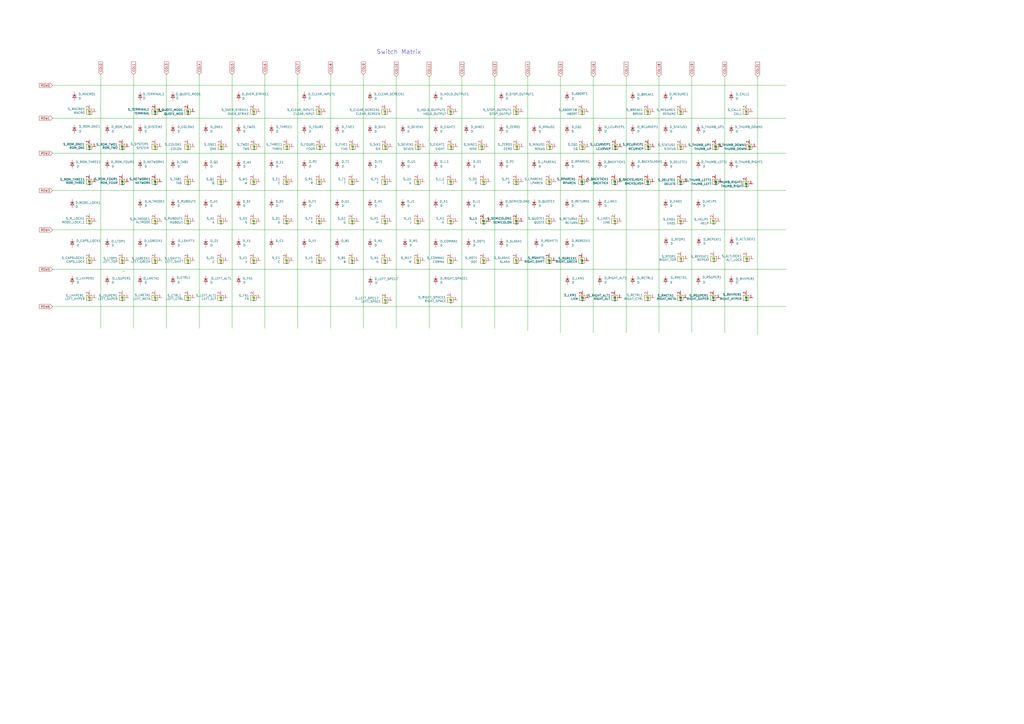
<source format=kicad_sch>
(kicad_sch (version 20231120) (generator "eeschema") (generator_version "8.0")
  (paper "A2")
  (title_block (title "SD-16273 Keyboard PCB") (date "2022-05-14") (rev "1") (company "Micro Switch (a divison of Honeywell)"))
  (wire (pts (xy 363.22 44.45) (xy 363.22 193.04)))
  (wire (pts (xy 382.27 44.45) (xy 382.27 193.04)))
  (wire (pts (xy 248.92 44.45) (xy 248.92 190.5)))
  (wire (pts (xy 401.32 44.45) (xy 401.32 193.04)))
  (wire (pts (xy 30.48 133.35) (xy 455.93 133.35)))
  (wire (pts (xy 30.48 68.58) (xy 455.93 68.58)))
  (wire (pts (xy 58.42 43.18) (xy 58.42 190.5)))
  (wire (pts (xy 96.52 43.18) (xy 96.52 190.5)))
  (wire (pts (xy 30.48 156.21) (xy 455.93 156.21)))
  (wire (pts (xy 153.67 43.18) (xy 153.67 190.5)))
  (wire (pts (xy 420.37 44.45) (xy 420.37 193.04)))
  (wire (pts (xy 30.48 49.53) (xy 455.93 49.53)))
  (wire (pts (xy 439.42 44.45) (xy 439.42 194.31)))
  (wire (pts (xy 77.47 43.18) (xy 77.47 190.5)))
  (wire (pts (xy 72.39 157.48) (xy 71.12 157.48)))
  (wire (pts (xy 306.07 44.45) (xy 306.07 191.77)))
  (wire (pts (xy 344.17 44.45) (xy 344.17 193.04)))
  (wire (pts (xy 210.82 43.18) (xy 210.82 190.5)))
  (wire (pts (xy 267.97 44.45) (xy 267.97 190.5)))
  (wire (pts (xy 172.72 43.18) (xy 172.72 190.5)))
  (wire (pts (xy 30.48 110.49) (xy 455.93 110.49)))
  (wire (pts (xy 30.48 88.9) (xy 455.93 88.9)))
  (wire (pts (xy 30.48 177.8) (xy 455.93 177.8)))
  (wire (pts (xy 229.87 44.45) (xy 229.87 190.5)))
  (wire (pts (xy 287.02 44.45) (xy 287.02 190.5)))
  (wire (pts (xy 115.57 43.18) (xy 115.57 190.5)))
  (wire (pts (xy 191.77 43.18) (xy 191.77 190.5)))
  (wire (pts (xy 325.12 44.45) (xy 325.12 193.04)))
  (wire (pts (xy 134.62 43.18) (xy 134.62 190.5)))
  (text "Switch Matrix" (at 218.44 31.75 0) (effects (font (size 2.54 2.54)) (justify left bottom)))
  (global_label "ROW2" (shape input) (at 30.48 88.9 180) (property "Intersheetrefs" "${INTERSHEET_REFS}" (effects (hide yes))))
  (global_label "COL1" (shape input) (at 77.47 43.18 90) (property "Intersheetrefs" "${INTERSHEET_REFS}" (effects (hide yes))))
  (global_label "ROW4" (shape input) (at 30.48 133.35 180) (property "Intersheetrefs" "${INTERSHEET_REFS}" (effects (hide yes))))
  (global_label "COL7" (shape input) (at 172.72 43.18 90) (property "Intersheetrefs" "${INTERSHEET_REFS}" (effects (hide yes))))
  (global_label "COL4" (shape input) (at 115.57 43.18 90) (property "Intersheetrefs" "${INTERSHEET_REFS}" (effects (hide yes))))
  (global_label "COL10" (shape input) (at 229.87 44.45 90) (property "Intersheetrefs" "${INTERSHEET_REFS}" (effects (hide yes))))
  (global_label "COL16" (shape input) (at 344.17 44.45 90) (property "Intersheetrefs" "${INTERSHEET_REFS}" (effects (hide yes))))
  (global_label "COL15" (shape input) (at 325.12 44.45 90) (property "Intersheetrefs" "${INTERSHEET_REFS}" (effects (hide yes))))
  (global_label "ROW0" (shape input) (at 30.48 49.53 180) (property "Intersheetrefs" "${INTERSHEET_REFS}" (effects (hide yes))))
  (global_label "COL20" (shape input) (at 420.37 44.45 90) (property "Intersheetrefs" "${INTERSHEET_REFS}" (effects (hide yes))))
  (global_label "COL6" (shape input) (at 153.67 43.18 90) (property "Intersheetrefs" "${INTERSHEET_REFS}" (effects (hide yes))))
  (global_label "ROW1" (shape input) (at 30.48 68.58 180) (property "Intersheetrefs" "${INTERSHEET_REFS}" (effects (hide yes))))
  (global_label "COL11" (shape input) (at 248.92 44.45 90) (property "Intersheetrefs" "${INTERSHEET_REFS}" (effects (hide yes))))
  (global_label "COL0" (shape input) (at 58.42 43.18 90) (property "Intersheetrefs" "${INTERSHEET_REFS}" (effects (hide yes))))
  (global_label "COL3" (shape input) (at 96.52 43.18 90) (property "Intersheetrefs" "${INTERSHEET_REFS}" (effects (hide yes))))
  (global_label "COL14" (shape input) (at 306.07 44.45 90) (property "Intersheetrefs" "${INTERSHEET_REFS}" (effects (hide yes))))
  (global_label "ROW6" (shape input) (at 30.48 177.8 180) (property "Intersheetrefs" "${INTERSHEET_REFS}" (effects (hide yes))))
  (global_label "COL8" (shape input) (at 191.77 43.18 90) (property "Intersheetrefs" "${INTERSHEET_REFS}" (effects (hide yes))))
  (global_label "COL5" (shape input) (at 134.62 43.18 90) (property "Intersheetrefs" "${INTERSHEET_REFS}" (effects (hide yes))))
  (global_label "COL18" (shape input) (at 382.27 44.45 90) (property "Intersheetrefs" "${INTERSHEET_REFS}" (effects (hide yes))))
  (global_label "COL9" (shape input) (at 210.82 43.18 90) (property "Intersheetrefs" "${INTERSHEET_REFS}" (effects (hide yes))))
  (global_label "COL13" (shape input) (at 287.02 44.45 90) (property "Intersheetrefs" "${INTERSHEET_REFS}" (effects (hide yes))))
  (global_label "ROW5" (shape input) (at 30.48 156.21 180) (property "Intersheetrefs" "${INTERSHEET_REFS}" (effects (hide yes))))
  (global_label "COL19" (shape input) (at 401.32 44.45 90) (property "Intersheetrefs" "${INTERSHEET_REFS}" (effects (hide yes))))
  (global_label "COL17" (shape input) (at 363.22 44.45 90) (property "Intersheetrefs" "${INTERSHEET_REFS}" (effects (hide yes))))
  (global_label "COL12" (shape input) (at 267.97 44.45 90) (property "Intersheetrefs" "${INTERSHEET_REFS}" (effects (hide yes))))
  (global_label "COL21" (shape input) (at 439.42 44.45 90) (property "Intersheetrefs" "${INTERSHEET_REFS}" (effects (hide yes))))
  (global_label "ROW3" (shape input) (at 30.48 110.49 180) (property "Intersheetrefs" "${INTERSHEET_REFS}" (effects (hide yes))))
  (symbol (lib_id "Device:D_Small") (at 367.03 55.88 270) (unit 1)
    (property "Reference" "D_BREAK1" (at 369.57 54.864 90) (effects (justify left)))
    (property "Value" "D" (at 369.57 57.1499 90) (effects (justify left)))
    (property "Footprint" "Diode_SMD:D_SOD-123" (effects (hide yes)))
    (property "Description" "Diode, small symbol" (effects (hide yes)))
    (property "Sim.Device" "D" (effects (hide yes)))
    (property "Sim.Pins" "1=K 2=A" (effects (hide yes)))
  )
  (symbol (lib_id "Space_Cadet_Button_Switches:SWK") (at 204.216 128.27 0) (unit 1)
    (property "Reference" "S_G1" (at 200.66 126.746 0) (effects (justify right)))
    (property "Value" "G" (at 200.66 129.032 0) (effects (justify right)))
    (property "Footprint" "Button_Switch_Keyboard:SW_MX_1U" (effects (hide yes)))
    (property "dep" "S_F1" (effects (hide yes)))
  )
  (symbol (lib_id "Space_Cadet_Button_Switches:SWK") (at 51.816 85.09 0) (unit 1)
    (property "Reference" "S_ROM_ONE1" (at 49.022 83.693 0) (effects (justify right)))
    (property "Value" "ROM_ONE" (at 49.276 85.725 0) (effects (justify right)))
    (property "Footprint" "Button_Switch_Keyboard:SW_MX_1U" (effects (hide yes)))
  )
  (symbol (lib_id "Device:D_Small") (at 347.98 95.25 270) (unit 1)
    (property "Reference" "D_BACKTICK1" (at 350.266 93.98 90) (effects (justify left)))
    (property "Value" "D" (at 350.52 96.5199 90) (effects (justify left)))
    (property "Footprint" "Diode_SMD:D_SOD-123" (effects (hide yes)))
    (property "Description" "Diode, small symbol" (effects (hide yes)))
    (property "Sim.Device" "D" (effects (hide yes)))
    (property "Sim.Pins" "1=K 2=A" (effects (hide yes)))
  )
  (symbol (lib_id "Device:D_Small") (at 62.23 95.25 270) (unit 1)
    (property "Reference" "D_ROM_FOUR1" (at 64.262 93.98 90) (effects (justify left)))
    (property "Value" "D" (at 64.77 96.5199 90) (effects (justify left)))
    (property "Footprint" "Diode_SMD:D_SOD-123" (effects (hide yes)))
    (property "Description" "Diode, small symbol" (effects (hide yes)))
    (property "Sim.Device" "D" (effects (hide yes)))
    (property "Sim.Pins" "1=K 2=A" (effects (hide yes)))
  )
  (symbol (lib_id "Device:D_Small") (at 386.08 162.56 270) (unit 1)
    (property "Reference" "D_RMETA1" (at 388.874 161.036 90) (effects (justify left)))
    (property "Value" "D" (at 388.62 163.8299 90) (effects (justify left)))
    (property "Footprint" "Diode_SMD:D_SOD-123" (effects (hide yes)))
    (property "Description" "Diode, small symbol" (effects (hide yes)))
    (property "Sim.Device" "D" (effects (hide yes)))
    (property "Sim.Pins" "1=K 2=A" (effects (hide yes)))
  )
  (symbol (lib_id "Device:D_Small") (at 386.08 55.88 270) (unit 1)
    (property "Reference" "D_RESUME1" (at 388.112 54.61 90) (effects (justify left)))
    (property "Value" "D" (at 388.62 56.896 90) (effects (justify left)))
    (property "Footprint" "Diode_SMD:D_SOD-123" (effects (hide yes)))
    (property "Description" "Diode, small symbol" (effects (hide yes)))
    (property "Sim.Device" "D" (effects (hide yes)))
    (property "Sim.Pins" "1=K 2=A" (effects (hide yes)))
  )
  (symbol (lib_id "Space_Cadet_Button_Switches:SWK") (at 108.966 151.13 0) (unit 1)
    (property "Reference" "S_LSHIFT1" (at 105.156 149.86 0) (effects (justify right)))
    (property "Value" "LEFT_SHIFT" (at 106.426 151.765 0) (effects (justify right)))
    (property "Footprint" "Button_Switch_Keyboard:SW_MX_2.25U" (effects (hide yes)))
    (property "dep" "S_LGREEK1" (effects (hide yes)))
  )
  (symbol (lib_id "Device:D_Small") (at 41.91 162.56 270) (unit 1)
    (property "Reference" "D_LHYPER1" (at 43.942 161.544 90) (effects (justify left)))
    (property "Value" "D" (at 44.45 163.8299 90) (effects (justify left)))
    (property "Footprint" "Diode_SMD:D_SOD-123" (effects (hide yes)))
    (property "Description" "Diode, small symbol" (effects (hide yes)))
    (property "Sim.Device" "D" (effects (hide yes)))
    (property "Sim.Pins" "1=K 2=A" (effects (hide yes)))
  )
  (symbol (lib_id "Device:D_Small") (at 234.95 140.97 270) (unit 1)
    (property "Reference" "D_M1" (at 237.236 139.7 90) (effects (justify left)))
    (property "Value" "D" (at 237.49 142.2399 90) (effects (justify left)))
    (property "Footprint" "Diode_SMD:D_SOD-123" (effects (hide yes)))
    (property "Description" "Diode, small symbol" (effects (hide yes)))
    (property "Sim.Device" "D" (effects (hide yes)))
    (property "Sim.Pins" "1=K 2=A" (effects (hide yes)))
  )
  (symbol (lib_id "Space_Cadet_Button_Switches:SWK") (at 51.816 105.41 0) (unit 1)
    (property "Reference" "S_ROM_THREE1" (at 49.276 104.14 0) (effects (justify right)))
    (property "Value" "ROM_THREE" (at 49.276 106.045 0) (effects (justify right)))
    (property "Footprint" "Button_Switch_Keyboard:SW_MX_1U" (effects (hide yes)))
  )
  (symbol (lib_id "Space_Cadet_Button_Switches:SWK") (at 242.57 85.09 0) (unit 1)
    (property "Reference" "S_SEVEN1" (at 240.03 83.8199 0) (effects (justify right)))
    (property "Value" "SEVEN" (at 240.03 86.3599 0) (effects (justify right)))
    (property "Footprint" "Button_Switch_Keyboard:SW_MX_1U" (effects (hide yes)))
    (property "dep" "S_SIX1" (effects (hide yes)))
  )
  (symbol (lib_id "Space_Cadet_Button_Switches:SWK") (at 299.466 128.27 0) (unit 1)
    (property "Reference" "S_SEMICOLON1" (at 296.926 126.746 0) (effects (justify right)))
    (property "Value" "SEMICOLON" (at 296.926 129.032 0) (effects (justify right)))
    (property "Footprint" "Button_Switch_Keyboard:SW_MX_1U" (effects (hide yes)))
    (property "dep" "S_L1" (effects (hide yes)))
  )
  (symbol (lib_id "Device:D_Small") (at 252.73 118.11 270) (unit 1)
    (property "Reference" "D_K1" (at 255.016 116.84 90) (effects (justify left)))
    (property "Value" "D" (at 255.27 119.3799 90) (effects (justify left)))
    (property "Footprint" "Diode_SMD:D_SOD-123" (effects (hide yes)))
    (property "Description" "Diode, small symbol" (effects (hide yes)))
    (property "Sim.Device" "D" (effects (hide yes)))
    (property "Sim.Pins" "1=K 2=A" (effects (hide yes)))
  )
  (symbol (lib_id "Space_Cadet_Button_Switches:SWK") (at 147.066 172.72 0) (unit 1)
    (property "Reference" "S_FN1" (at 144.526 171.45 0) (effects (justify right)))
    (property "Value" "FN" (at 144.526 173.355 0) (effects (justify right)))
    (property "Footprint" "Button_Switch_Keyboard:SW_MX_1U" (effects (hide yes)))
    (property "dep" "S_LEFT_ALT1" (effects (hide yes)))
  )
  (symbol (lib_id "Device:D_Small") (at 100.33 95.25 270) (unit 1)
    (property "Reference" "D_TAB1" (at 102.362 93.98 90) (effects (justify left)))
    (property "Value" "D" (at 102.87 96.5199 90) (effects (justify left)))
    (property "Footprint" "Diode_SMD:D_SOD-123" (effects (hide yes)))
    (property "Description" "Diode, small symbol" (effects (hide yes)))
    (property "Sim.Device" "D" (effects (hide yes)))
    (property "Sim.Pins" "1=K 2=A" (effects (hide yes)))
  )
  (symbol (lib_id "Space_Cadet_Button_Switches:SWK") (at 432.816 64.77 0) (unit 1)
    (property "Reference" "S_CALL1" (at 430.022 63.754 0) (effects (justify right)))
    (property "Value" "CALL" (at 430.276 66.04 0) (effects (justify right)))
    (property "Footprint" "Button_Switch_Keyboard:SW_MX_2U" (effects (hide yes)))
    (property "dep" "S_RESUME1" (effects (hide yes)))
  )
  (symbol (lib_id "Device:D_Small") (at 176.53 74.93 270) (unit 1)
    (property "Reference" "D_FOUR1" (at 179.07 73.6599 90) (effects (justify left)))
    (property "Value" "D" (at 179.07 76.1999 90) (effects (justify left)))
    (property "Footprint" "Diode_SMD:D_SOD-123" (effects (hide yes)))
    (property "Description" "Diode, small symbol" (effects (hide yes)))
    (property "Sim.Device" "D" (effects (hide yes)))
    (property "Sim.Pins" "1=K 2=A" (effects (hide yes)))
  )
  (symbol (lib_id "Space_Cadet_Button_Switches:SWK") (at 394.716 128.27 0) (unit 1)
    (property "Reference" "S_END1" (at 391.922 127.254 0) (effects (justify right)))
    (property "Value" "END1" (at 392.176 129.54 0) (effects (justify right)))
    (property "Footprint" "Button_Switch_Keyboard:SW_MX_2U" (effects (hide yes)))
    (property "dep" "S_LINE1" (effects (hide yes)))
  )
  (symbol (lib_id "Device:D_Small") (at 252.73 55.88 270) (unit 1)
    (property "Reference" "D_HOLD_OUTPUT1" (at 255.27 54.61 90) (effects (justify left)))
    (property "Value" "D" (at 255.27 57.1499 90) (effects (justify left)))
    (property "Footprint" "Diode_SMD:D_SOD-123" (effects (hide yes)))
    (property "Description" "Diode, small symbol" (effects (hide yes)))
    (property "Sim.Device" "D" (effects (hide yes)))
    (property "Sim.Pins" "1=K 2=A" (effects (hide yes)))
  )
  (symbol (lib_id "Device:D_Small") (at 290.83 74.93 270) (unit 1)
    (property "Reference" "D_ZERO1" (at 293.37 73.6599 90) (effects (justify left)))
    (property "Value" "D" (at 293.37 76.1999 90) (effects (justify left)))
    (property "Footprint" "Diode_SMD:D_SOD-123" (effects (hide yes)))
    (property "Description" "Diode, small symbol" (effects (hide yes)))
    (property "Sim.Device" "D" (effects (hide yes)))
    (property "Sim.Pins" "1=K 2=A" (effects (hide yes)))
  )
  (symbol (lib_id "Device:D_Small") (at 405.13 74.93 270) (unit 1)
    (property "Reference" "D_THUMB_UP1" (at 406.654 73.66 90) (effects (justify left)))
    (property "Value" "D" (at 407.67 76.1999 90) (effects (justify left)))
    (property "Footprint" "Diode_SMD:D_SOD-123" (effects (hide yes)))
    (property "Description" "Diode, small symbol" (effects (hide yes)))
    (property "Sim.Device" "D" (effects (hide yes)))
    (property "Sim.Pins" "1=K 2=A" (effects (hide yes)))
  )
  (symbol (lib_id "Space_Cadet_Button_Switches:SWK") (at 70.866 172.72 0) (unit 1)
    (property "Reference" "S_LSUPER1" (at 68.072 171.45 0) (effects (justify right)))
    (property "Value" "LEFT_SUPER" (at 68.326 173.355 0) (effects (justify right)))
    (property "Footprint" "Button_Switch_Keyboard:SW_MX_1.25U" (effects (hide yes)))
    (property "dep" "S_LHYPER1" (effects (hide yes)))
  )
  (symbol (lib_id "Space_Cadet_Button_Switches:SWK") (at 242.316 151.13 0) (unit 1)
    (property "Reference" "S_M17" (at 238.76 149.606 0) (effects (justify right)))
    (property "Value" "M" (at 238.76 151.892 0) (effects (justify right)))
    (property "Footprint" "Button_Switch_Keyboard:SW_MX_1U" (effects (hide yes)))
    (property "dep" "S_N1" (effects (hide yes)))
  )
  (symbol (lib_id "Device:D_Small") (at 157.48 74.93 270) (unit 1)
    (property "Reference" "D_THREE1" (at 160.02 73.6599 90) (effects (justify left)))
    (property "Value" "D" (at 160.02 76.1999 90) (effects (justify left)))
    (property "Footprint" "Diode_SMD:D_SOD-123" (effects (hide yes)))
    (property "Description" "Diode, small symbol" (effects (hide yes)))
    (property "Sim.Device" "D" (effects (hide yes)))
    (property "Sim.Pins" "1=K 2=A" (effects (hide yes)))
  )
  (symbol (lib_id "Space_Cadet_Button_Switches:SWK") (at 147.066 128.27 0) (unit 1)
    (property "Reference" "S_S1" (at 143.51 126.746 0) (effects (justify right)))
    (property "Value" "S" (at 143.51 129.032 0) (effects (justify right)))
    (property "Footprint" "Button_Switch_Keyboard:SW_MX_1U" (effects (hide yes)))
    (property "dep" "S_A1" (effects (hide yes)))
  )
  (symbol (lib_id "Device:D_Small") (at 157.48 118.11 270) (unit 1)
    (property "Reference" "D_D1" (at 159.766 116.84 90) (effects (justify left)))
    (property "Value" "D" (at 160.02 119.3799 90) (effects (justify left)))
    (property "Footprint" "Diode_SMD:D_SOD-123" (effects (hide yes)))
    (property "Description" "Diode, small symbol" (effects (hide yes)))
    (property "Sim.Device" "D" (effects (hide yes)))
    (property "Sim.Pins" "1=K 2=A" (effects (hide yes)))
  )
  (symbol (lib_id "Device:D_Small") (at 386.08 74.93 270) (unit 1)
    (property "Reference" "D_STATUS1" (at 388.366 73.66 90) (effects (justify left)))
    (property "Value" "D" (at 388.62 76.1999 90) (effects (justify left)))
    (property "Footprint" "Diode_SMD:D_SOD-123" (effects (hide yes)))
    (property "Description" "Diode, small symbol" (effects (hide yes)))
    (property "Sim.Device" "D" (effects (hide yes)))
    (property "Sim.Pins" "1=K 2=A" (effects (hide yes)))
  )
  (symbol (lib_id "Device:D_Small") (at 405.384 139.954 270) (unit 1)
    (property "Reference" "D_REPEAT1" (at 407.924 138.938 90) (effects (justify left)))
    (property "Value" "D" (at 407.924 141.2239 90) (effects (justify left)))
    (property "Footprint" "Diode_SMD:D_SOD-123" (effects (hide yes)))
    (property "Description" "Diode, small symbol" (effects (hide yes)))
    (property "Sim.Device" "D" (effects (hide yes)))
    (property "Sim.Pins" "1=K 2=A" (effects (hide yes)))
  )
  (symbol (lib_id "Device:D_Small") (at 424.18 162.56 270) (unit 1)
    (property "Reference" "D_RHYPER1" (at 426.72 161.798 90) (effects (justify left)))
    (property "Value" "D" (at 426.72 163.8299 90) (effects (justify left)))
    (property "Footprint" "Diode_SMD:D_SOD-123" (effects (hide yes)))
    (property "Description" "Diode, small symbol" (effects (hide yes)))
    (property "Sim.Device" "D" (effects (hide yes)))
    (property "Sim.Pins" "1=K 2=A" (effects (hide yes)))
  )
  (symbol (lib_id "Device:D_Small") (at 41.91 118.11 270) (unit 1)
    (property "Reference" "D_MODE_LOCK1" (at 43.688 117.602 90) (effects (justify left)))
    (property "Value" "D" (at 43.688 119.888 90) (effects (justify left)))
    (property "Footprint" "Diode_SMD:D_SOD-123" (effects (hide yes)))
    (property "Description" "Diode, small symbol" (effects (hide yes)))
    (property "Sim.Device" "D" (effects (hide yes)))
    (property "Sim.Pins" "1=K 2=A" (effects (hide yes)))
  )
  (symbol (lib_id "Device:D_Small") (at 100.33 74.93 270) (unit 1)
    (property "Reference" "D_COLON1" (at 102.87 73.6599 90) (effects (justify left)))
    (property "Value" "D" (at 102.87 76.1999 90) (effects (justify left)))
    (property "Footprint" "Diode_SMD:D_SOD-123" (effects (hide yes)))
    (property "Description" "Diode, small symbol" (effects (hide yes)))
    (property "Sim.Device" "D" (effects (hide yes)))
    (property "Sim.Pins" "1=K 2=A" (effects (hide yes)))
  )
  (symbol (lib_id "Space_Cadet_Button_Switches:SWK") (at 204.216 105.41 0) (unit 1)
    (property "Reference" "S_T1" (at 200.66 103.886 0) (effects (justify right)))
    (property "Value" "T" (at 200.66 106.172 0) (effects (justify right)))
    (property "Footprint" "Button_Switch_Keyboard:SW_MX_1U" (effects (hide yes)))
    (property "dep" "S_R1" (effects (hide yes)))
  )
  (symbol (lib_id "Space_Cadet_Button_Switches:SWK") (at 223.266 105.41 0) (unit 1)
    (property "Reference" "S_Y1" (at 219.71 103.886 0) (effects (justify right)))
    (property "Value" "Y" (at 219.71 106.172 0) (effects (justify right)))
    (property "Footprint" "Button_Switch_Keyboard:SW_MX_1U" (effects (hide yes)))
    (property "dep" "S_T1" (effects (hide yes)))
  )
  (symbol (lib_id "Space_Cadet_Button_Switches:SWK") (at 299.466 64.77 0) (unit 1)
    (property "Reference" "S_STOP_OUTPUT1" (at 296.672 63.754 0) (effects (justify right)))
    (property "Value" "STOP_OUTPUT" (at 296.926 66.04 0) (effects (justify right)))
    (property "Footprint" "Button_Switch_Keyboard:SW_MX_2U" (effects (hide yes)))
    (property "dep" "S_HOLD_OUTPUT1" (effects (hide yes)))
  )
  (symbol (lib_id "Space_Cadet_Button_Switches:SWK") (at 242.316 105.41 0) (unit 1)
    (property "Reference" "S_U1" (at 238.76 103.886 0) (effects (justify right)))
    (property "Value" "U" (at 238.76 106.172 0) (effects (justify right)))
    (property "Footprint" "Button_Switch_Keyboard:SW_MX_1U" (effects (hide yes)))
    (property "dep" "S_Y1" (effects (hide yes)))
  )
  (symbol (lib_id "Device:D_Small") (at 119.38 118.11 270) (unit 1)
    (property "Reference" "D_A1" (at 121.666 116.84 90) (effects (justify left)))
    (property "Value" "D" (at 121.92 119.3799 90) (effects (justify left)))
    (property "Footprint" "Diode_SMD:D_SOD-123" (effects (hide yes)))
    (property "Description" "Diode, small symbol" (effects (hide yes)))
    (property "Sim.Device" "D" (effects (hide yes)))
    (property "Sim.Pins" "1=K 2=A" (effects (hide yes)))
  )
  (symbol (lib_id "Device:D_Small") (at 386.334 139.954 270) (unit 1)
    (property "Reference" "D_RTOP1" (at 389.128 138.938 90) (effects (justify left)))
    (property "Value" "D" (at 388.874 141.2239 90) (effects (justify left)))
    (property "Footprint" "Diode_SMD:D_SOD-123" (effects (hide yes)))
    (property "Description" "Diode, small symbol" (effects (hide yes)))
    (property "Sim.Device" "D" (effects (hide yes)))
    (property "Sim.Pins" "1=K 2=A" (effects (hide yes)))
  )
  (symbol (lib_id "Device:D_Small") (at 62.23 74.93 270) (unit 1)
    (property "Reference" "D_ROM_TWO1" (at 64.516 73.66 90) (effects (justify left)))
    (property "Value" "D" (at 64.77 76.1999 90) (effects (justify left)))
    (property "Footprint" "Diode_SMD:D_SOD-123" (effects (hide yes)))
    (property "Description" "Diode, small symbol" (effects (hide yes)))
    (property "Sim.Device" "D" (effects (hide yes)))
    (property "Sim.Pins" "1=K 2=A" (effects (hide yes)))
  )
  (symbol (lib_id "Device:D_Small") (at 405.13 162.56 270) (unit 1)
    (property "Reference" "D_RSUPER1" (at 407.416 160.782 90) (effects (justify left)))
    (property "Value" "D" (at 407.67 163.8299 90) (effects (justify left)))
    (property "Footprint" "Diode_SMD:D_SOD-123" (effects (hide yes)))
    (property "Description" "Diode, small symbol" (effects (hide yes)))
    (property "Sim.Device" "D" (effects (hide yes)))
    (property "Sim.Pins" "1=K 2=A" (effects (hide yes)))
  )
  (symbol (lib_id "Device:D_Small") (at 271.78 140.97 270) (unit 1)
    (property "Reference" "D_DOT1" (at 274.32 139.954 90) (effects (justify left)))
    (property "Value" "D" (at 274.32 142.2399 90) (effects (justify left)))
    (property "Footprint" "Diode_SMD:D_SOD-123" (effects (hide yes)))
    (property "Description" "Diode, small symbol" (effects (hide yes)))
    (property "Sim.Device" "D" (effects (hide yes)))
    (property "Sim.Pins" "1=K 2=A" (effects (hide yes)))
  )
  (symbol (lib_id "Device:D_Small") (at 100.33 162.56 270) (unit 1)
    (property "Reference" "D_CTRL1" (at 102.362 161.036 90) (effects (justify left)))
    (property "Value" "D" (at 102.87 163.8299 90) (effects (justify left)))
    (property "Footprint" "Diode_SMD:D_SOD-123" (effects (hide yes)))
    (property "Description" "Diode, small symbol" (effects (hide yes)))
    (property "Sim.Device" "D" (effects (hide yes)))
    (property "Sim.Pins" "1=K 2=A" (effects (hide yes)))
  )
  (symbol (lib_id "Device:D_Small") (at 100.33 140.97 270) (unit 1)
    (property "Reference" "D_LSHIFT1" (at 103.124 139.7 90) (effects (justify left)))
    (property "Value" "D" (at 102.87 142.2399 90) (effects (justify left)))
    (property "Footprint" "Diode_SMD:D_SOD-123" (effects (hide yes)))
    (property "Description" "Diode, small symbol" (effects (hide yes)))
    (property "Sim.Device" "D" (effects (hide yes)))
    (property "Sim.Pins" "1=K 2=A" (effects (hide yes)))
  )
  (symbol (lib_id "Device:D_Small") (at 214.884 162.814 270) (unit 1)
    (property "Reference" "D_LEFT_SPC17" (at 217.17 161.798 90) (effects (justify left)))
    (property "Value" "D" (at 217.424 164.0839 90) (effects (justify left)))
    (property "Footprint" "Diode_SMD:D_SOD-123" (effects (hide yes)))
    (property "Description" "Diode, small symbol" (effects (hide yes)))
    (property "Sim.Device" "D" (effects (hide yes)))
    (property "Sim.Pins" "1=K 2=A" (effects (hide yes)))
  )
  (symbol (lib_id "Device:D_Small") (at 271.78 118.11 270) (unit 1)
    (property "Reference" "D_L1" (at 274.066 116.84 90) (effects (justify left)))
    (property "Value" "D" (at 274.32 119.3799 90) (effects (justify left)))
    (property "Footprint" "Diode_SMD:D_SOD-123" (effects (hide yes)))
    (property "Description" "Diode, small symbol" (effects (hide yes)))
    (property "Sim.Device" "D" (effects (hide yes)))
    (property "Sim.Pins" "1=K 2=A" (effects (hide yes)))
  )
  (symbol (lib_id "Device:D_Small") (at 195.58 95.25 270) (unit 1)
    (property "Reference" "D_T1" (at 198.12 93.726 90) (effects (justify left)))
    (property "Value" "D" (at 198.12 96.5199 90) (effects (justify left)))
    (property "Footprint" "Diode_SMD:D_SOD-123" (effects (hide yes)))
    (property "Description" "Diode, small symbol" (effects (hide yes)))
    (property "Sim.Device" "D" (effects (hide yes)))
    (property "Sim.Pins" "1=K 2=A" (effects (hide yes)))
  )
  (symbol (lib_id "Device:D_Small") (at 157.48 95.25 270) (unit 1)
    (property "Reference" "D_E1" (at 159.9289 94.1264 90) (effects (justify left)))
    (property "Value" "D" (at 160.02 96.5199 90) (effects (justify left)))
    (property "Footprint" "Diode_SMD:D_SOD-123" (effects (hide yes)))
    (property "Description" "Diode, small symbol" (effects (hide yes)))
    (property "Sim.Device" "D" (effects (hide yes)))
    (property "Sim.Pins" "1=K 2=A" (effects (hide yes)))
  )
  (symbol (lib_id "Space_Cadet_Button_Switches:SWK") (at 394.716 105.41 0) (unit 1)
    (property "Reference" "S_DELETE1" (at 391.922 104.394 0) (effects (justify right)))
    (property "Value" "DELETE" (at 392.176 106.68 0) (effects (justify right)))
    (property "Footprint" "Button_Switch_Keyboard:SW_MX_2U" (effects (hide yes)))
    (property "dep" "S_BACKSLASH1" (effects (hide yes)))
  )
  (symbol (lib_id "Device:D_Small") (at 195.58 118.11 270) (unit 1)
    (property "Reference" "D_G1" (at 197.866 116.84 90) (effects (justify left)))
    (property "Value" "D" (at 198.12 119.3799 90) (effects (justify left)))
    (property "Footprint" "Diode_SMD:D_SOD-123" (effects (hide yes)))
    (property "Description" "Diode, small symbol" (effects (hide yes)))
    (property "Sim.Device" "D" (effects (hide yes)))
    (property "Sim.Pins" "1=K 2=A" (effects (hide yes)))
  )
  (symbol (lib_id "Device:D_Small") (at 41.91 140.97 270) (unit 1)
    (property "Reference" "D_CAPS_LOCK1" (at 44.196 139.7 90) (effects (justify left)))
    (property "Value" "D" (at 44.45 142.2399 90) (effects (justify left)))
    (property "Footprint" "Diode_SMD:D_SOD-123" (effects (hide yes)))
    (property "Description" "Diode, small symbol" (effects (hide yes)))
    (property "Sim.Device" "D" (effects (hide yes)))
    (property "Sim.Pins" "1=K 2=A" (effects (hide yes)))
  )
  (symbol (lib_id "Space_Cadet_Button_Switches:SWK") (at 223.266 151.13 0) (unit 1)
    (property "Reference" "S_N1" (at 219.71 149.606 0) (effects (justify right)))
    (property "Value" "N" (at 219.71 151.892 0) (effects (justify right)))
    (property "Footprint" "Button_Switch_Keyboard:SW_MX_1U" (effects (hide yes)))
    (property "dep" "S_B1" (effects (hide yes)))
  )
  (symbol (lib_id "Device:D_Small") (at 43.18 74.93 270) (unit 1)
    (property "Reference" "D_ROM_ONE1" (at 45.72 73.406 90) (effects (justify left)))
    (property "Value" "D" (at 45.72 76.1999 90) (effects (justify left)))
    (property "Footprint" "Diode_SMD:D_SOD-123" (effects (hide yes)))
    (property "Description" "Diode, small symbol" (effects (hide yes)))
    (property "Sim.Device" "D" (effects (hide yes)))
    (property "Sim.Pins" "1=K 2=A" (effects (hide yes)))
  )
  (symbol (lib_id "Space_Cadet_Button_Switches:SWK") (at 280.416 128.27 0) (unit 1)
    (property "Reference" "S_L1" (at 276.86 126.746 0) (effects (justify right)))
    (property "Value" "L" (at 276.86 129.032 0) (effects (justify right)))
    (property "Footprint" "Button_Switch_Keyboard:SW_MX_1U" (effects (hide yes)))
    (property "dep" "S_K1" (effects (hide yes)))
  )
  (symbol (lib_id "Space_Cadet_Button_Switches:SWK") (at 432.816 172.72 0) (unit 1)
    (property "Reference" "S_RHYPER1" (at 430.276 170.942 0) (effects (justify right)))
    (property "Value" "RIGHT_HYPER" (at 430.276 173.355 0) (effects (justify right)))
    (property "Footprint" "Button_Switch_Keyboard:SW_MX_1.25U" (effects (hide yes)))
    (property "dep" "S_RSUPER1" (effects (hide yes)))
  )
  (symbol (lib_id "Space_Cadet_Button_Switches:SWK") (at 434.721 85.09 0) (unit 1)
    (property "Reference" "S_THUMB_DOWN1" (at 432.943 84.074 0) (effects (justify right)))
    (property "Value" "THUMB_DOWN" (at 432.943 86.36 0) (effects (justify right)))
    (property "Footprint" "Button_Switch_Keyboard:SW_MX_1U" (effects (hide yes)))
    (property "dep" "S_THUMB_UP1" (effects (hide yes)))
  )
  (symbol (lib_id "Device:D_Small") (at 424.18 55.88 270) (unit 1)
    (property "Reference" "D_CALL1" (at 426.72 54.61 90) (effects (justify left)))
    (property "Value" "D" (at 426.72 57.1499 90) (effects (justify left)))
    (property "Footprint" "Diode_SMD:D_SOD-123" (effects (hide yes)))
    (property "Description" "Diode, small symbol" (effects (hide yes)))
    (property "Sim.Device" "D" (effects (hide yes)))
    (property "Sim.Pins" "1=K 2=A" (effects (hide yes)))
  )
  (symbol (lib_id "Device:D_Small") (at 119.38 95.25 270) (unit 1)
    (property "Reference" "D_Q1" (at 121.666 93.98 90) (effects (justify left)))
    (property "Value" "D" (at 121.92 96.5199 90) (effects (justify left)))
    (property "Footprint" "Diode_SMD:D_SOD-123" (effects (hide yes)))
    (property "Description" "Diode, small symbol" (effects (hide yes)))
    (property "Sim.Device" "D" (effects (hide yes)))
    (property "Sim.Pins" "1=K 2=A" (effects (hide yes)))
  )
  (symbol (lib_id "Device:D_Small") (at 138.43 95.25 270) (unit 1)
    (property "Reference" "D_W1" (at 140.8789 94.1264 90) (effects (justify left)))
    (property "Value" "D" (at 140.97 96.5199 90) (effects (justify left)))
    (property "Footprint" "Diode_SMD:D_SOD-123" (effects (hide yes)))
    (property "Description" "Diode, small symbol" (effects (hide yes)))
    (property "Sim.Device" "D" (effects (hide yes)))
    (property "Sim.Pins" "1=K 2=A" (effects (hide yes)))
  )
  (symbol (lib_id "Space_Cadet_Button_Switches:SWK") (at 108.966 85.09 0) (unit 1)
    (property "Reference" "S_COLON1" (at 105.41 83.8199 0) (effects (justify right)))
    (property "Value" "COLON" (at 105.41 86.3599 0) (effects (justify right)))
    (property "Footprint" "Button_Switch_Keyboard:SW_MX_1U" (effects (hide yes)))
    (property "dep" "S_SYSTEM1" (effects (hide yes)))
  )
  (symbol (lib_id "Space_Cadet_Button_Switches:SWK") (at 242.316 128.27 0) (unit 1)
    (property "Reference" "S_J1" (at 238.76 126.746 0) (effects (justify right)))
    (property "Value" "J" (at 238.76 129.032 0) (effects (justify right)))
    (property "Footprint" "Button_Switch_Keyboard:SW_MX_1U" (effects (hide yes)))
    (property "dep" "S_H1" (effects (hide yes)))
  )
  (symbol (lib_id "Space_Cadet_Button_Switches:SWK") (at 70.866 85.09 0) (unit 1)
    (property "Reference" "S_ROM_TWO1" (at 68.199 83.82 0) (effects (justify right)))
    (property "Value" "ROM_TWO" (at 68.326 85.725 0) (effects (justify right)))
    (property "Footprint" "Button_Switch_Keyboard:SW_MX_1U" (effects (hide yes)))
    (property "dep" "S_ROM_ONE1" (effects (hide yes)))
  )
  (symbol (lib_id "Device:D_Small") (at 367.03 74.93 270) (unit 1)
    (property "Reference" "D_RCURVEP1" (at 369.57 73.6599 90) (effects (justify left)))
    (property "Value" "D" (at 369.57 76.1999 90) (effects (justify left)))
    (property "Footprint" "Diode_SMD:D_SOD-123" (effects (hide yes)))
    (property "Description" "Diode, small symbol" (effects (hide yes)))
    (property "Sim.Device" "D" (effects (hide yes)))
    (property "Sim.Pins" "1=K 2=A" (effects (hide yes)))
  )
  (symbol (lib_id "Device:D_Small") (at 214.63 74.93 270) (unit 1)
    (property "Reference" "D_SIX1" (at 217.17 73.6599 90) (effects (justify left)))
    (property "Value" "D" (at 217.17 76.1999 90) (effects (justify left)))
    (property "Footprint" "Diode_SMD:D_SOD-123" (effects (hide yes)))
    (property "Description" "Diode, small symbol" (effects (hide yes)))
    (property "Sim.Device" "D" (effects (hide yes)))
    (property "Sim.Pins" "1=K 2=A" (effects (hide yes)))
  )
  (symbol (lib_id "Space_Cadet_Button_Switches:SWK") (at 108.966 172.72 0) (unit 1)
    (property "Reference" "S_CTRL1" (at 105.156 171.45 0) (effects (justify right)))
    (property "Value" "LEFT_CTRL" (at 106.426 173.355 0) (effects (justify right)))
    (property "Footprint" "Button_Switch_Keyboard:SW_MX_1.25U" (effects (hide yes)))
    (property "dep" "S_LMETA1" (effects (hide yes)))
  )
  (symbol (lib_id "Device:D_Small") (at 138.43 162.56 270) (unit 1)
    (property "Reference" "D_FN1" (at 140.716 161.544 90) (effects (justify left)))
    (property "Value" "D" (at 140.97 163.8299 90) (effects (justify left)))
    (property "Footprint" "Diode_SMD:D_SOD-123" (effects (hide yes)))
    (property "Description" "Diode, small symbol" (effects (hide yes)))
    (property "Sim.Device" "D" (effects (hide yes)))
    (property "Sim.Pins" "1=K 2=A" (effects (hide yes)))
  )
  (symbol (lib_id "Device:D_Small") (at 138.43 140.97 270) (unit 1)
    (property "Reference" "D_X1" (at 140.716 139.7 90) (effects (justify left)))
    (property "Value" "D" (at 140.97 142.2399 90) (effects (justify left)))
    (property "Footprint" "Diode_SMD:D_SOD-123" (effects (hide yes)))
    (property "Description" "Diode, small symbol" (effects (hide yes)))
    (property "Sim.Device" "D" (effects (hide yes)))
    (property "Sim.Pins" "1=K 2=A" (effects (hide yes)))
  )
  (symbol (lib_id "Space_Cadet_Button_Switches:SWK") (at 204.47 85.09 0) (unit 1)
    (property "Reference" "S_FIVE1" (at 201.93 83.8199 0) (effects (justify right)))
    (property "Value" "FIVE" (at 201.93 86.3599 0) (effects (justify right)))
    (property "Footprint" "Button_Switch_Keyboard:SW_MX_1U" (effects (hide yes)))
    (property "dep" "S_FOUR1" (effects (hide yes)))
  )
  (symbol (lib_id "Device:D_Small") (at 424.18 95.25 270) (unit 1)
    (property "Reference" "D_THUMB_RIGHT1" (at 426.212 93.98 90) (effects (justify left)))
    (property "Value" "D" (at 426.72 96.5199 90) (effects (justify left)))
    (property "Footprint" "Diode_SMD:D_SOD-123" (effects (hide yes)))
    (property "Description" "Diode, small symbol" (effects (hide yes)))
    (property "Sim.Device" "D" (effects (hide yes)))
    (property "Sim.Pins" "1=K 2=A" (effects (hide yes)))
  )
  (symbol (lib_id "Device:D_Small") (at 405.13 118.11 270) (unit 1)
    (property "Reference" "D_HELP1" (at 407.416 116.84 90) (effects (justify left)))
    (property "Value" "D" (at 407.67 119.3799 90) (effects (justify left)))
    (property "Footprint" "Diode_SMD:D_SOD-123" (effects (hide yes)))
    (property "Description" "Diode, small symbol" (effects (hide yes)))
    (property "Sim.Device" "D" (effects (hide yes)))
    (property "Sim.Pins" "1=K 2=A" (effects (hide yes)))
  )
  (symbol (lib_id "Space_Cadet_Button_Switches:SWK") (at 185.166 128.27 0) (unit 1)
    (property "Reference" "S_F1" (at 181.61 126.746 0) (effects (justify right)))
    (property "Value" "F" (at 181.61 129.032 0) (effects (justify right)))
    (property "Footprint" "Button_Switch_Keyboard:SW_MX_1U" (effects (hide yes)))
    (property "dep" "S_D1" (effects (hide yes)))
  )
  (symbol (lib_id "Device:D_Small") (at 309.88 118.11 270) (unit 1)
    (property "Reference" "D_QUOTE1" (at 312.166 116.84 90) (effects (justify left)))
    (property "Value" "D" (at 312.42 119.3799 90) (effects (justify left)))
    (property "Footprint" "Diode_SMD:D_SOD-123" (effects (hide yes)))
    (property "Description" "Diode, small symbol" (effects (hide yes)))
    (property "Sim.Device" "D" (effects (hide yes)))
    (property "Sim.Pins" "1=K 2=A" (effects (hide yes)))
  )
  (symbol (lib_id "Space_Cadet_Button_Switches:SWK") (at 223.52 85.09 0) (unit 1)
    (property "Reference" "S_SIX1" (at 220.98 83.8199 0) (effects (justify right)))
    (property "Value" "SIX" (at 220.98 86.3599 0) (effects (justify right)))
    (property "Footprint" "Button_Switch_Keyboard:SW_MX_1U" (effects (hide yes)))
    (property "dep" "S_FIVE1" (effects (hide yes)))
  )
  (symbol (lib_id "Device:D_Small") (at 176.53 118.11 270) (unit 1)
    (property "Reference" "D_F1" (at 178.816 116.84 90) (effects (justify left)))
    (property "Value" "D" (at 179.07 119.3799 90) (effects (justify left)))
    (property "Footprint" "Diode_SMD:D_SOD-123" (effects (hide yes)))
    (property "Description" "Diode, small symbol" (effects (hide yes)))
    (property "Sim.Device" "D" (effects (hide yes)))
    (property "Sim.Pins" "1=K 2=A" (effects (hide yes)))
  )
  (symbol (lib_id "Device:D_Small") (at 367.03 95.25 270) (unit 1)
    (property "Reference" "D_BACKSLASH1" (at 369.824 93.726 90) (effects (justify left)))
    (property "Value" "D" (at 369.57 96.5199 90) (effects (justify left)))
    (property "Footprint" "Diode_SMD:D_SOD-123" (effects (hide yes)))
    (property "Description" "Diode, small symbol" (effects (hide yes)))
    (property "Sim.Device" "D" (effects (hide yes)))
    (property "Sim.Pins" "1=K 2=A" (effects (hide yes)))
  )
  (symbol (lib_id "Space_Cadet_Button_Switches:SWK") (at 70.866 151.13 0) (unit 1)
    (property "Reference" "S_LTOP1" (at 68.072 149.86 0) (effects (justify right)))
    (property "Value" "LEFT_TOP" (at 68.326 151.765 0) (effects (justify right)))
    (property "Footprint" "Button_Switch_Keyboard:SW_MX_1.25U" (effects (hide yes)))
    (property "dep" "S_CAPSLOCK1" (effects (hide yes)))
  )
  (symbol (lib_id "Space_Cadet_Button_Switches:SWK") (at 70.866 105.41 0) (unit 1)
    (property "Reference" "S_ROM_FOUR1" (at 68.326 103.886 0) (effects (justify right)))
    (property "Value" "ROM_FOUR" (at 68.326 106.045 0) (effects (justify right)))
    (property "Footprint" "Button_Switch_Keyboard:SW_MX_1U" (effects (hide yes)))
    (property "dep" "S_ROM_THREE1" (effects (hide yes)))
  )
  (symbol (lib_id "Device:D_Small") (at 81.28 140.97 270) (unit 1)
    (property "Reference" "D_LGREEK1" (at 83.566 139.7 90) (effects (justify left)))
    (property "Value" "D" (at 83.82 142.2399 90) (effects (justify left)))
    (property "Footprint" "Diode_SMD:D_SOD-123" (effects (hide yes)))
    (property "Description" "Diode, small symbol" (effects (hide yes)))
    (property "Sim.Device" "D" (effects (hide yes)))
    (property "Sim.Pins" "1=K 2=A" (effects (hide yes)))
  )
  (symbol (lib_id "Device:D_Small") (at 309.88 74.93 270) (unit 1)
    (property "Reference" "D_MINUS1" (at 312.42 73.6599 90) (effects (justify left)))
    (property "Value" "D" (at 312.42 76.1999 90) (effects (justify left)))
    (property "Footprint" "Diode_SMD:D_SOD-123" (effects (hide yes)))
    (property "Description" "Diode, small symbol" (effects (hide yes)))
    (property "Sim.Device" "D" (effects (hide yes)))
    (property "Sim.Pins" "1=K 2=A" (effects (hide yes)))
  )
  (symbol (lib_id "Space_Cadet_Button_Switches:SWK") (at 299.466 105.41 0) (unit 1)
    (property "Reference" "S_P1" (at 295.91 103.886 0) (effects (justify right)))
    (property "Value" "P" (at 295.91 106.172 0) (effects (justify right)))
    (property "Footprint" "Button_Switch_Keyboard:SW_MX_1U" (effects (hide yes)))
    (property "dep" "S_O1" (effects (hide yes)))
  )
  (symbol (lib_id "Space_Cadet_Button_Switches:SWK") (at 261.366 173.99 0) (unit 1)
    (property "Reference" "S_RIGHT_SPACE1" (at 258.572 172.466 0) (effects (justify right)))
    (property "Value" "RIGHT_SPACE" (at 258.826 174.625 0) (effects (justify right)))
    (property "Footprint" "Button_Switch_Keyboard:SW_MX_1U" (effects (hide yes)))
    (property "dep" "S_LEFT_SPC17" (effects (hide yes)))
  )
  (symbol (lib_id "Device:D_Small") (at 328.93 140.97 270) (unit 1)
    (property "Reference" "D_RGREEK1" (at 331.47 139.7 90) (effects (justify left)))
    (property "Value" "D" (at 331.47 142.2399 90) (effects (justify left)))
    (property "Footprint" "Diode_SMD:D_SOD-123" (effects (hide yes)))
    (property "Description" "Diode, small symbol" (effects (hide yes)))
    (property "Sim.Device" "D" (effects (hide yes)))
    (property "Sim.Pins" "1=K 2=A" (effects (hide yes)))
  )
  (symbol (lib_id "Space_Cadet_Button_Switches:SWK") (at 51.816 151.13 0) (unit 1)
    (property "Reference" "S_CAPSLOCK1" (at 49.022 149.606 0) (effects (justify right)))
    (property "Value" "CAPS_LOCK" (at 49.276 151.765 0) (effects (justify right)))
    (property "Footprint" "Button_Switch_Keyboard:SW_MX_1U" (effects (hide yes)))
  )
  (symbol (lib_id "Space_Cadet_Button_Switches:SWK") (at 415.036 105.41 0) (unit 1)
    (property "Reference" "S_THUMB_LEFT1" (at 412.75 104.394 0) (effects (justify right)))
    (property "Value" "THUMB_LEFT" (at 412.75 106.68 0) (effects (justify right)))
    (property "Footprint" "Button_Switch_Keyboard:SW_MX_1U" (effects (hide yes)))
    (property "dep" "S_DELETE1" (effects (hide yes)))
  )
  (symbol (lib_id "Device:D_Small") (at 119.38 162.56 270) (unit 1)
    (property "Reference" "D_LEFT_ALT1" (at 122.428 161.544 90) (effects (justify left)))
    (property "Value" "D" (at 121.92 163.8299 90) (effects (justify left)))
    (property "Footprint" "Diode_SMD:D_SOD-123" (effects (hide yes)))
    (property "Description" "Diode, small symbol" (effects (hide yes)))
    (property "Sim.Device" "D" (effects (hide yes)))
    (property "Sim.Pins" "1=K 2=A" (effects (hide yes)))
  )
  (symbol (lib_id "Space_Cadet_Button_Switches:SWK") (at 375.92 85.09 0) (unit 1)
    (property "Reference" "S_RCURVEP1" (at 373.38 83.8199 0) (effects (justify right)))
    (property "Value" "RCURVEP" (at 373.38 86.3599 0) (effects (justify right)))
    (property "Footprint" "Button_Switch_Keyboard:SW_MX_1U" (effects (hide yes)))
    (property "dep" "S_LCURVEP1" (effects (hide yes)))
  )
  (symbol (lib_id "Space_Cadet_Button_Switches:SWK") (at 318.516 105.41 0) (unit 1)
    (property "Reference" "S_LPAREN1" (at 314.96 103.886 0) (effects (justify right)))
    (property "Value" "LPAREN" (at 314.96 106.172 0) (effects (justify right)))
    (property "Footprint" "Button_Switch_Keyboard:SW_MX_1U" (effects (hide yes)))
    (property "dep" "S_P1" (effects (hide yes)))
  )
  (symbol (lib_id "Space_Cadet_Button_Switches:SWK") (at 147.066 64.77 0) (unit 1)
    (property "Reference" "S_OVER_STRIKE1" (at 144.272 63.754 0) (effects (justify right)))
    (property "Value" "OVER_STRIKE" (at 144.526 66.04 0) (effects (justify right)))
    (property "Footprint" "Button_Switch_Keyboard:SW_MX_2U" (effects (hide yes)))
    (property "dep" "S_QUOTE_MOD1" (effects (hide yes)))
  )
  (symbol (lib_id "Device:D_Small") (at 405.13 95.25 270) (unit 1)
    (property "Reference" "D_THUMB_LEFT1" (at 406.654 93.98 90) (effects (justify left)))
    (property "Value" "D" (at 407.67 96.5199 90) (effects (justify left)))
    (property "Footprint" "Diode_SMD:D_SOD-123" (effects (hide yes)))
    (property "Description" "Diode, small symbol" (effects (hide yes)))
    (property "Sim.Device" "D" (effects (hide yes)))
    (property "Sim.Pins" "1=K 2=A" (effects (hide yes)))
  )
  (symbol (lib_id "Device:D_Small") (at 233.68 95.25 270) (unit 1)
    (property "Reference" "D_U1" (at 236.22 93.726 90) (effects (justify left)))
    (property "Value" "D" (at 236.22 96.5199 90) (effects (justify left)))
    (property "Footprint" "Diode_SMD:D_SOD-123" (effects (hide yes)))
    (property "Description" "Diode, small symbol" (effects (hide yes)))
    (property "Sim.Device" "D" (effects (hide yes)))
    (property "Sim.Pins" "1=K 2=A" (effects (hide yes)))
  )
  (symbol (lib_id "Space_Cadet_Button_Switches:SWK") (at 128.016 151.13 0) (unit 1)
    (property "Reference" "S_Z1" (at 124.46 149.606 0) (effects (justify right)))
    (property "Value" "Z" (at 124.46 151.892 0) (effects (justify right)))
    (property "Footprint" "Button_Switch_Keyboard:SW_MX_1U" (effects (hide yes)))
    (property "dep" "S_LSHIFT1" (effects (hide yes)))
  )
  (symbol (lib_id "Space_Cadet_Button_Switches:SWK") (at 394.716 64.77 0) (unit 1)
    (property "Reference" "S_RESUME1" (at 391.922 63.754 0) (effects (justify right)))
    (property "Value" "RESUME" (at 392.176 66.04 0) (effects (justify right)))
    (property "Footprint" "Button_Switch_Keyboard:SW_MX_2U" (effects (hide yes)))
    (property "dep" "S_BREAK1" (effects (hide yes)))
  )
  (symbol (lib_id "Space_Cadet_Button_Switches:SWK") (at 89.916 105.41 0) (unit 1)
    (property "Reference" "S_NETWORK1" (at 87.376 103.886 0) (effects (justify right)))
    (property "Value" "NETWORK" (at 87.376 106.045 0) (effects (justify right)))
    (property "Footprint" "Button_Switch_Keyboard:SW_MX_2U" (effects (hide yes)))
    (property "dep" "S_ROM_FOUR1" (effects (hide yes)))
  )
  (symbol (lib_id "Space_Cadet_Button_Switches:SWK") (at 356.87 85.09 0) (unit 1)
    (property "Reference" "S_LCURVEP1" (at 354.33 83.8199 0) (effects (justify right)))
    (property "Value" "LCURVEP" (at 354.33 86.3599 0) (effects (justify right)))
    (property "Footprint" "Button_Switch_Keyboard:SW_MX_1U" (effects (hide yes)))
    (property "dep" "S_EQ1" (effects (hide yes)))
  )
  (symbol (lib_id "Space_Cadet_Button_Switches:SWK") (at 166.116 105.41 0) (unit 1)
    (property "Reference" "S_E1" (at 162.56 103.886 0) (effects (justify right)))
    (property "Value" "E" (at 162.56 106.172 0) (effects (justify right)))
    (property "Footprint" "Button_Switch_Keyboard:SW_MX_1U" (effects (hide yes)))
    (property "dep" "S_W1" (effects (hide yes)))
  )
  (symbol (lib_id "Device:D_Small") (at 290.83 118.11 270) (unit 1)
    (property "Reference" "D_SEMICOLON1" (at 293.116 116.84 90) (effects (justify left)))
    (property "Value" "D" (at 293.37 119.3799 90) (effects (justify left)))
    (property "Footprint" "Diode_SMD:D_SOD-123" (effects (hide yes)))
    (property "Description" "Diode, small symbol" (effects (hide yes)))
    (property "Sim.Device" "D" (effects (hide yes)))
    (property "Sim.Pins" "1=K 2=A" (effects (hide yes)))
  )
  (symbol (lib_id "Device:D_Small") (at 270.51 74.93 270) (unit 1)
    (property "Reference" "D_NINE1" (at 273.05 73.6599 90) (effects (justify left)))
    (property "Value" "D" (at 273.05 76.1999 90) (effects (justify left)))
    (property "Footprint" "Diode_SMD:D_SOD-123" (effects (hide yes)))
    (property "Description" "Diode, small symbol" (effects (hide yes)))
    (property "Sim.Device" "D" (effects (hide yes)))
    (property "Sim.Pins" "1=K 2=A" (effects (hide yes)))
  )
  (symbol (lib_id "Device:D_Small") (at 157.48 140.97 270) (unit 1)
    (property "Reference" "D_C1" (at 159.766 139.7 90) (effects (justify left)))
    (property "Value" "D" (effects (hide yes)))
    (property "Footprint" "Diode_SMD:D_SOD-123" (effects (hide yes)))
    (property "Description" "Diode, small symbol" (effects (hide yes)))
    (property "Sim.Device" "D" (effects (hide yes)))
    (property "Sim.Pins" "1=K 2=A" (effects (hide yes)))
  )
  (symbol (lib_id "Space_Cadet_Button_Switches:SWK") (at 51.816 64.77 0) (unit 1)
    (property "Reference" "S_MACRO1" (at 49.276 63.246 0) (effects (justify right)))
    (property "Value" "MACRO" (at 49.276 65.405 0) (effects (justify right)))
    (property "Footprint" "Button_Switch_Keyboard:SW_MX_2U" (effects (hide yes)))
  )
  (symbol (lib_id "Space_Cadet_Button_Switches:SWK") (at 108.966 105.41 0) (unit 1)
    (property "Reference" "S_TAB1" (at 105.41 103.886 0) (effects (justify right)))
    (property "Value" "TAB" (at 105.41 106.172 0) (effects (justify right)))
    (property "Footprint" "Button_Switch_Keyboard:SW_MX_2U" (effects (hide yes)))
    (property "dep" "S_NETWORK1" (effects (hide yes)))
  )
  (symbol (lib_id "Device:D_Small") (at 424.18 74.93 270) (unit 1)
    (property "Reference" "D_THUMB_DOWN1" (at 426.212 73.66 90) (effects (justify left)))
    (property "Value" "D" (at 426.72 76.1999 90) (effects (justify left)))
    (property "Footprint" "Diode_SMD:D_SOD-123" (effects (hide yes)))
    (property "Description" "Diode, small symbol" (effects (hide yes)))
    (property "Sim.Device" "D" (effects (hide yes)))
    (property "Sim.Pins" "1=K 2=A" (effects (hide yes)))
  )
  (symbol (lib_id "Device:D_Small") (at 195.58 140.97 270) (unit 1)
    (property "Reference" "D_B1" (at 197.866 139.7 90) (effects (justify left)))
    (property "Value" "D" (effects (hide yes)))
    (property "Footprint" "Diode_SMD:D_SOD-123" (effects (hide yes)))
    (property "Description" "Diode, small symbol" (effects (hide yes)))
    (property "Sim.Device" "D" (effects (hide yes)))
    (property "Sim.Pins" "1=K 2=A" (effects (hide yes)))
  )
  (symbol (lib_id "Space_Cadet_Button_Switches:SWK") (at 415.036 85.09 0) (unit 1)
    (property "Reference" "S_THUMB_UP1" (at 412.75 84.074 0) (effects (justify right)))
    (property "Value" "THUMB_UP" (at 412.75 86.36 0) (effects (justify right)))
    (property "Footprint" "Button_Switch_Keyboard:SW_MX_1U" (effects (hide yes)))
    (property "dep" "S_STATUS1" (effects (hide yes)))
  )
  (symbol (lib_id "Device:D_Small") (at 214.63 118.11 270) (unit 1)
    (property "Reference" "D_H1" (at 216.916 116.84 90) (effects (justify left)))
    (property "Value" "D" (at 217.17 119.3799 90) (effects (justify left)))
    (property "Footprint" "Diode_SMD:D_SOD-123" (effects (hide yes)))
    (property "Description" "Diode, small symbol" (effects (hide yes)))
    (property "Sim.Device" "D" (effects (hide yes)))
    (property "Sim.Pins" "1=K 2=A" (effects (hide yes)))
  )
  (symbol (lib_id "Device:D_Small") (at 328.93 95.25 270) (unit 1)
    (property "Reference" "D_RPAREN1" (at 331.216 93.726 90) (effects (justify left)))
    (property "Value" "D" (at 331.47 96.5199 90) (effects (justify left)))
    (property "Footprint" "Diode_SMD:D_SOD-123" (effects (hide yes)))
    (property "Description" "Diode, small symbol" (effects (hide yes)))
    (property "Sim.Device" "D" (effects (hide yes)))
    (property "Sim.Pins" "1=K 2=A" (effects (hide yes)))
  )
  (symbol (lib_id "Device:D_Small") (at 100.33 55.88 270) (unit 1)
    (property "Reference" "D_QUOTE_MOD1" (at 101.854 54.61 90) (effects (justify left)))
    (property "Value" "D" (at 102.108 56.896 90) (effects (justify left)))
    (property "Footprint" "Diode_SMD:D_SOD-123" (effects (hide yes)))
    (property "Description" "Diode, small symbol" (effects (hide yes)))
    (property "Sim.Device" "D" (effects (hide yes)))
    (property "Sim.Pins" "1=K 2=A" (effects (hide yes)))
  )
  (symbol (lib_id "Space_Cadet_Button_Switches:SWK") (at 128.016 128.27 0) (unit 1)
    (property "Reference" "S_A1" (at 124.46 126.746 0) (effects (justify right)))
    (property "Value" "A" (at 124.46 129.032 0) (effects (justify right)))
    (property "Footprint" "Button_Switch_Keyboard:SW_MX_1U" (effects (hide yes)))
    (property "dep" "S_RUBOUT1" (effects (hide yes)))
  )
  (symbol (lib_id "Device:D_Small") (at 81.28 74.93 270) (unit 1)
    (property "Reference" "D_SYSTEM1" (at 83.566 73.66 90) (effects (justify left)))
    (property "Value" "D" (at 83.82 76.1999 90) (effects (justify left)))
    (property "Footprint" "Diode_SMD:D_SOD-123" (effects (hide yes)))
    (property "Description" "Diode, small symbol" (effects (hide yes)))
    (property "Sim.Device" "D" (effects (hide yes)))
    (property "Sim.Pins" "1=K 2=A" (effects (hide yes)))
  )
  (symbol (lib_id "Space_Cadet_Button_Switches:SWK") (at 280.416 151.13 0) (unit 1)
    (property "Reference" "S_DOT1" (at 276.86 149.606 0) (effects (justify right)))
    (property "Value" "DOT" (at 276.86 151.892 0) (effects (justify right)))
    (property "Footprint" "Button_Switch_Keyboard:SW_MX_2U" (effects (hide yes)))
    (property "dep" "S_COMMA1" (effects (hide yes)))
  )
  (symbol (lib_id "Space_Cadet_Button_Switches:SWK") (at 89.916 172.72 0) (unit 1)
    (property "Reference" "S_LMETA1" (at 87.376 171.196 0) (effects (justify right)))
    (property "Value" "LEFT_META" (at 87.376 173.355 0) (effects (justify right)))
    (property "Footprint" "Button_Switch_Keyboard:SW_MX_1.25U" (effects (hide yes)))
    (property "dep" "S_LSUPER1" (effects (hide yes)))
  )
  (symbol (lib_id "Space_Cadet_Button_Switches:SWK") (at 261.62 85.09 0) (unit 1)
    (property "Reference" "S_EIGHT1" (at 258.064 83.8199 0) (effects (justify right)))
    (property "Value" "EIGHT" (at 258.064 86.3599 0) (effects (justify right)))
    (property "Footprint" "Button_Switch_Keyboard:SW_MX_1U" (effects (hide yes)))
    (property "dep" "S_SEVEN1" (effects (hide yes)))
  )
  (symbol (lib_id "Device:D_Small") (at 328.93 74.93 270) (unit 1)
    (property "Reference" "D_EQ1" (at 331.47 73.6599 90) (effects (justify left)))
    (property "Value" "D" (at 331.47 76.1999 90) (effects (justify left)))
    (property "Footprint" "Diode_SMD:D_SOD-123" (effects (hide yes)))
    (property "Description" "Diode, small symbol" (effects (hide yes)))
    (property "Sim.Device" "D" (effects (hide yes)))
    (property "Sim.Pins" "1=K 2=A" (effects (hide yes)))
  )
  (symbol (lib_id "Space_Cadet_Button_Switches:SWK") (at 375.666 172.72 0) (unit 1)
    (property "Reference" "S_RCTRL1" (at 372.872 171.196 0) (effects (justify right)))
    (property "Value" "RIGHT_CTRL" (at 373.126 173.355 0) (effects (justify right)))
    (property "Footprint" "Button_Switch_Keyboard:SW_MX_1.25U" (effects (hide yes)))
    (property "dep" "S_RIGHT_ALT1" (effects (hide yes)))
  )
  (symbol (lib_id "Device:D_Small") (at 252.73 95.25 270) (unit 1)
    (property "Reference" "D_I_1" (at 255.27 93.726 90) (effects (justify left)))
    (property "Value" "D" (at 255.27 96.5199 90) (effects (justify left)))
    (property "Footprint" "Diode_SMD:D_SOD-123" (effects (hide yes)))
    (property "Description" "Diode, small symbol" (effects (hide yes)))
    (property "Sim.Device" "D" (effects (hide yes)))
    (property "Sim.Pins" "1=K 2=A" (effects (hide yes)))
  )
  (symbol (lib_id "Device:D_Small") (at 347.98 162.56 270) (unit 1)
    (property "Reference" "D_RIGHT_ALT1" (at 350.52 161.29 90) (effects (justify left)))
    (property "Value" "D" (at 350.52 163.8299 90) (effects (justify left)))
    (property "Footprint" "Diode_SMD:D_SOD-123" (effects (hide yes)))
    (property "Description" "Diode, small symbol" (effects (hide yes)))
    (property "Sim.Device" "D" (effects (hide yes)))
    (property "Sim.Pins" "1=K 2=A" (effects (hide yes)))
  )
  (symbol (lib_id "Space_Cadet_Button_Switches:SWK") (at 279.4 85.09 0) (unit 1)
    (property "Reference" "S_NINE1" (at 276.86 83.8199 0) (effects (justify right)))
    (property "Value" "NINE" (at 276.86 86.3599 0) (effects (justify right)))
    (property "Footprint" "Button_Switch_Keyboard:SW_MX_1U" (effects (hide yes)))
    (property "dep" "S_EIGHT1" (effects (hide yes)))
  )
  (symbol (lib_id "Space_Cadet_Button_Switches:SWK") (at 356.616 172.72 0) (unit 1)
    (property "Reference" "S_RIGHT_ALT1" (at 354.076 171.45 0) (effects (justify right)))
    (property "Value" "RIGHT_ALT" (at 354.076 173.355 0) (effects (justify right)))
    (property "Footprint" "Button_Switch_Keyboard:SW_MX_1.25U" (effects (hide yes)))
    (property "dep" "S_LKM1" (effects (hide yes)))
  )
  (symbol (lib_id "Space_Cadet_Button_Switches:SWK") (at 261.366 64.77 0) (unit 1)
    (property "Reference" "S_HOLD_OUTPUT1" (at 258.572 63.754 0) (effects (justify right)))
    (property "Value" "HOLD_OUTPUT" (at 258.826 66.04 0) (effects (justify right)))
    (property "Footprint" "Button_Switch_Keyboard:SW_MX_2U" (effects (hide yes)))
    (property "dep" "S_CLEAR_SCREEN1" (effects (hide yes)))
  )
  (symbol (lib_id "Space_Cadet_Button_Switches:SWK") (at 51.816 172.72 0) (unit 1)
    (property "Reference" "S_LHYPER1" (at 48.768 171.45 0) (effects (justify right)))
    (property "Value" "LEFT_HYPER" (at 49.276 173.355 0) (effects (justify right)))
    (property "Footprint" "Button_Switch_Keyboard:SW_MX_1.25U" (effects (hide yes)))
  )
  (symbol (lib_id "Space_Cadet_Button_Switches:SWK") (at 166.37 85.09 0) (unit 1)
    (property "Reference" "S_THREE1" (at 163.83 83.8199 0) (effects (justify right)))
    (property "Value" "THREE" (at 163.83 86.3599 0) (effects (justify right)))
    (property "Footprint" "Button_Switch_Keyboard:SW_MX_1U" (effects (hide yes)))
    (property "dep" "S_TWO1" (effects (hide yes)))
  )
  (symbol (lib_id "Space_Cadet_Button_Switches:SWK") (at 337.566 151.13 0) (unit 1)
    (property "Reference" "S_RGREEK1" (at 334.772 149.86 0) (effects (justify right)))
    (property "Value" "RIGHT_GREEK" (at 335.026 151.765 0) (effects (justify right)))
    (property "Footprint" "Button_Switch_Keyboard:SW_MX_1.25U" (effects (hide yes)))
    (property "dep" "S_RSHIFT1" (effects (hide yes)))
  )
  (symbol (lib_id "Space_Cadet_Button_Switches:SWK") (at 185.166 151.13 0) (unit 1)
    (property "Reference" "S_V1" (at 181.61 149.606 0) (effects (justify right)))
    (property "Value" "V" (at 181.61 151.892 0) (effects (justify right)))
    (property "Footprint" "Button_Switch_Keyboard:SW_MX_1U" (effects (hide yes)))
    (property "dep" "S_C1" (effects (hide yes)))
  )
  (symbol (lib_id "Device:D_Small") (at 176.53 55.88 270) (unit 1)
    (property "Reference" "D_CLEAR_INPUT1" (at 178.562 54.61 90) (effects (justify left)))
    (property "Value" "D" (at 178.816 56.896 90) (effects (justify left)))
    (property "Footprint" "Diode_SMD:D_SOD-123" (effects (hide yes)))
    (property "Description" "Diode, small symbol" (effects (hide yes)))
    (property "Sim.Device" "D" (effects (hide yes)))
    (property "Sim.Pins" "1=K 2=A" (effects (hide yes)))
  )
  (symbol (lib_id "Space_Cadet_Button_Switches:SWK") (at 318.516 151.13 0) (unit 1)
    (property "Reference" "S_RSHIFT1" (at 316.23 149.606 0) (effects (justify right)))
    (property "Value" "RIGHT_SHIFT" (at 315.976 151.765 0) (effects (justify right)))
    (property "Footprint" "Button_Switch_Keyboard:SW_MX_2.25U" (effects (hide yes)))
    (property "dep" "S_SLASH1" (effects (hide yes)))
  )
  (symbol (lib_id "Space_Cadet_Button_Switches:SWK") (at 89.916 85.09 0) (unit 1)
    (property "Reference" "S_SYSTEM1" (at 86.36 83.566 0) (effects (justify right)))
    (property "Value" "SYSTEM" (at 86.36 85.852 0) (effects (justify right)))
    (property "Footprint" "Button_Switch_Keyboard:SW_MX_2U" (effects (hide yes)))
    (property "dep" "S_ROM_TWO1" (effects (hide yes)))
  )
  (symbol (lib_id "Space_Cadet_Button_Switches:SWK") (at 89.916 151.13 0) (unit 1)
    (property "Reference" "S_LGREEK1" (at 87.122 149.86 0) (effects (justify right)))
    (property "Value" "LEFT_GREEK" (at 87.376 151.765 0) (effects (justify right)))
    (property "Footprint" "Button_Switch_Keyboard:SW_MX_1.25U" (effects (hide yes)))
    (property "dep" "S_LTOP1" (effects (hide yes)))
  )
  (symbol (lib_id "Space_Cadet_Button_Switches:SWK") (at 128.27 85.09 0) (unit 1)
    (property "Reference" "S_ONE1" (at 125.73 83.8199 0) (effects (justify right)))
    (property "Value" "ONE" (at 125.73 86.3599 0) (effects (justify right)))
    (property "Footprint" "Button_Switch_Keyboard:SW_MX_1U" (effects (hide yes)))
    (property "dep" "S_COLON1" (effects (hide yes)))
  )
  (symbol (lib_id "Space_Cadet_Button_Switches:SWK") (at 108.966 64.77 0) (unit 1)
    (property "Reference" "S_QUOTE_MOD1" (at 106.172 63.754 0) (effects (justify right)))
    (property "Value" "QUOTE_MOD" (at 106.426 66.04 0) (effects (justify right)))
    (property "Footprint" "Button_Switch_Keyboard:SW_MX_2U" (effects (hide yes)))
    (property "dep" "S_TERMINAL1" (effects (hide yes)))
  )
  (symbol (lib_id "Device:D_Small") (at 176.53 95.25 270) (unit 1)
    (property "Reference" "D_R1" (at 179.07 93.726 90) (effects (justify left)))
    (property "Value" "D" (at 179.07 96.5199 90) (effects (justify left)))
    (property "Footprint" "Diode_SMD:D_SOD-123" (effects (hide yes)))
    (property "Description" "Diode, small symbol" (effects (hide yes)))
    (property "Sim.Device" "D" (effects (hide yes)))
    (property "Sim.Pins" "1=K 2=A" (effects (hide yes)))
  )
  (symbol (lib_id "Space_Cadet_Button_Switches:SWK") (at 432.816 106.68 0) (unit 1)
    (property "Reference" "S_THUMB_RIGHT1" (at 431.038 105.664 0) (effects (justify right)))
    (property "Value" "THUMB_RIGHT" (at 431.038 107.95 0) (effects (justify right)))
    (property "Footprint" "Button_Switch_Keyboard:SW_MX_1U" (effects (hide yes)))
    (property "dep" "S_THUMB_LEFT1" (effects (hide yes)))
  )
  (symbol (lib_id "Device:D_Small") (at 290.83 95.25 270) (unit 1)
    (property "Reference" "D_P1" (at 293.37 93.726 90) (effects (justify left)))
    (property "Value" "D" (at 293.37 96.5199 90) (effects (justify left)))
    (property "Footprint" "Diode_SMD:D_SOD-123" (effects (hide yes)))
    (property "Description" "Diode, small symbol" (effects (hide yes)))
    (property "Sim.Device" "D" (effects (hide yes)))
    (property "Sim.Pins" "1=K 2=A" (effects (hide yes)))
  )
  (symbol (lib_id "Space_Cadet_Button_Switches:SWK") (at 147.066 105.41 0) (unit 1)
    (property "Reference" "S_W1" (at 143.51 103.886 0) (effects (justify right)))
    (property "Value" "W" (at 143.51 106.172 0) (effects (justify right)))
    (property "Footprint" "Button_Switch_Keyboard:SW_MX_1U" (effects (hide yes)))
    (property "dep" "S_Q1" (effects (hide yes)))
  )
  (symbol (lib_id "Space_Cadet_Button_Switches:SWK") (at 89.916 64.77 0) (unit 1)
    (property "Reference" "S_TERMINAL1" (at 86.614 63.5 0) (effects (justify right)))
    (property "Value" "TERMINAL" (at 86.868 65.786 0) (effects (justify right)))
    (property "Footprint" "Button_Switch_Keyboard:SW_MX_2U" (effects (hide yes)))
    (property "dep" "S_MACRO1" (effects (hide yes)))
  )
  (symbol (lib_id "Device:D_Small") (at 252.73 74.93 270) (unit 1)
    (property "Reference" "D_EIGHT1" (at 255.27 73.6599 90) (effects (justify left)))
    (property "Value" "D" (at 255.27 76.1999 90) (effects (justify left)))
    (property "Footprint" "Diode_SMD:D_SOD-123" (effects (hide yes)))
    (property "Description" "Diode, small symbol" (effects (hide yes)))
    (property "Sim.Device" "D" (effects (hide yes)))
    (property "Sim.Pins" "1=K 2=A" (effects (hide yes)))
  )
  (symbol (lib_id "Device:D_Small") (at 41.91 95.25 270) (unit 1)
    (property "Reference" "D_ROM_THREE1" (at 43.942 93.98 90) (effects (justify left)))
    (property "Value" "D" (at 44.45 96.5199 90) (effects (justify left)))
    (property "Footprint" "Diode_SMD:D_SOD-123" (effects (hide yes)))
    (property "Description" "Diode, small symbol" (effects (hide yes)))
    (property "Sim.Device" "D" (effects (hide yes)))
    (property "Sim.Pins" "1=K 2=A" (effects (hide yes)))
  )
  (symbol (lib_id "Space_Cadet_Button_Switches:SWK") (at 261.366 151.13 0) (unit 1)
    (property "Reference" "S_COMMA1" (at 257.81 149.606 0) (effects (justify right)))
    (property "Value" "COMMA" (at 257.81 151.892 0) (effects (justify right)))
    (property "Footprint" "Button_Switch_Keyboard:SW_MX_2U" (effects (hide yes)))
    (property "dep" "S_M17" (effects (hide yes)))
  )
  (symbol (lib_id "Device:D_Small") (at 214.63 55.88 270) (unit 1)
    (property "Reference" "D_CLEAR_SCREEN1" (at 216.916 54.61 90) (effects (justify left)))
    (property "Value" "D" (at 217.17 57.1499 90) (effects (justify left)))
    (property "Footprint" "Diode_SMD:D_SOD-123" (effects (hide yes)))
    (property "Description" "Diode, small symbol" (effects (hide yes)))
    (property "Sim.Device" "D" (effects (hide yes)))
    (property "Sim.Pins" "1=K 2=A" (effects (hide yes)))
  )
  (symbol (lib_id "Space_Cadet_Button_Switches:SWK") (at 433.07 150.114 0) (unit 1)
    (property "Reference" "S_ALTLOCK1" (at 430.276 148.59 0) (effects (justify right)))
    (property "Value" "ALT_LOCK" (at 430.53 150.749 0) (effects (justify right)))
    (property "Footprint" "Button_Switch_Keyboard:SW_MX_1U" (effects (hide yes)))
    (property "dep" "S_REPEAT1" (effects (hide yes)))
  )
  (symbol (lib_id "Space_Cadet_Button_Switches:SWK") (at 108.966 128.27 0) (unit 1)
    (property "Reference" "S_RUBOUT1" (at 106.172 126.746 0) (effects (justify right)))
    (property "Value" "RUBOUT" (at 106.172 129.032 0) (effects (justify right)))
    (property "Footprint" "Button_Switch_Keyboard:SW_MX_2U" (effects (hide yes)))
    (property "dep" "S_ALTMODE1" (effects (hide yes)))
  )
  (symbol (lib_id "Device:D_Small") (at 311.15 140.97 270) (unit 1)
    (property "Reference" "D_RSHIFT1" (at 313.69 139.7 90) (effects (justify left)))
    (property "Value" "D" (at 313.69 142.2399 90) (effects (justify left)))
    (property "Footprint" "Diode_SMD:D_SOD-123" (effects (hide yes)))
    (property "Description" "Diode, small symbol" (effects (hide yes)))
    (property "Sim.Device" "D" (effects (hide yes)))
    (property "Sim.Pins" "1=K 2=A" (effects (hide yes)))
  )
  (symbol (lib_id "Device:D_Small") (at 214.63 95.25 270) (unit 1)
    (property "Reference" "D_Y1" (at 217.17 93.726 90) (effects (justify left)))
    (property "Value" "D" (at 217.17 96.5199 90) (effects (justify left)))
    (property "Footprint" "Diode_SMD:D_SOD-123" (effects (hide yes)))
    (property "Description" "Diode, small symbol" (effects (hide yes)))
    (property "Sim.Device" "D" (effects (hide yes)))
    (property "Sim.Pins" "1=K 2=A" (effects (hide yes)))
  )
  (symbol (lib_id "Space_Cadet_Button_Switches:SWK") (at 299.72 85.09 0) (unit 1)
    (property "Reference" "S_ZERO1" (at 297.18 83.8199 0) (effects (justify right)))
    (property "Value" "ZERO" (at 297.18 86.3599 0) (effects (justify right)))
    (property "Footprint" "Button_Switch_Keyboard:SW_MX_1U" (effects (hide yes)))
    (property "dep" "S_NINE1" (effects (hide yes)))
  )
  (symbol (lib_id "Space_Cadet_Button_Switches:SWK") (at 337.82 172.72 0) (unit 1)
    (property "Reference" "S_LKM1" (at 334.518 171.196 0) (effects (justify right)))
    (property "Value" "LKM" (at 335.28 173.355 0) (effects (justify right)))
    (property "Footprint" "Button_Switch_Keyboard:SW_MX_1.25U" (effects (hide yes)))
    (property "dep" "S_RIGHT_SPACE1" (effects (hide yes)))
  )
  (symbol (lib_id "Space_Cadet_Button_Switches:SWK") (at 185.42 85.09 0) (unit 1)
    (property "Reference" "S_FOUR1" (at 182.88 83.8199 0) (effects (justify right)))
    (property "Value" "FOUR" (at 182.88 86.3599 0) (effects (justify right)))
    (property "Footprint" "Button_Switch_Keyboard:SW_MX_1U" (effects (hide yes)))
    (property "dep" "S_THREE1" (effects (hide yes)))
  )
  (symbol (lib_id "Space_Cadet_Button_Switches:SWK") (at 394.97 150.114 0) (unit 1)
    (property "Reference" "S_RTOP1" (at 392.176 148.844 0) (effects (justify right)))
    (property "Value" "RIGHT_TOP" (at 392.43 150.749 0) (effects (justify right)))
    (property "Footprint" "Button_Switch_Keyboard:SW_MX_1.25U" (effects (hide yes)))
    (property "dep" "S_RGREEK1" (effects (hide yes)))
  )
  (symbol (lib_id "Space_Cadet_Button_Switches:SWK") (at 128.016 105.41 0) (unit 1)
    (property "Reference" "S_Q1" (at 124.46 103.886 0) (effects (justify right)))
    (property "Value" "Q" (at 124.46 106.172 0) (effects (justify right)))
    (property "Footprint" "Button_Switch_Keyboard:SW_MX_1U" (effects (hide yes)))
    (property "dep" "S_TAB1" (effects (hide yes)))
  )
  (symbol (lib_id "Device:D_Small") (at 81.28 118.11 270) (unit 1)
    (property "Reference" "D_ALTMODE1" (at 83.82 116.84 90) (effects (justify left)))
    (property "Value" "D" (at 83.82 119.3799 90) (effects (justify left)))
    (property "Footprint" "Diode_SMD:D_SOD-123" (effects (hide yes)))
    (property "Description" "Diode, small symbol" (effects (hide yes)))
    (property "Sim.Device" "D" (effects (hide yes)))
    (property "Sim.Pins" "1=K 2=A" (effects (hide yes)))
  )
  (symbol (lib_id "Space_Cadet_Button_Switches:SWK") (at 375.666 64.77 0) (unit 1)
    (property "Reference" "S_BREAK1" (at 372.872 63.754 0) (effects (justify right)))
    (property "Value" "BREAK" (at 373.126 66.04 0) (effects (justify right)))
    (property "Footprint" "Button_Switch_Keyboard:SW_MX_2U" (effects (hide yes)))
    (property "dep" "S_ABORT18" (effects (hide yes)))
  )
  (symbol (lib_id "Space_Cadet_Button_Switches:SWK") (at 356.616 128.27 0) (unit 1)
    (property "Reference" "S_LINE1" (at 354.076 126.746 0) (effects (justify right)))
    (property "Value" "LINE" (at 354.076 129.032 0) (effects (justify right)))
    (property "Footprint" "Button_Switch_Keyboard:SW_MX_1U" (effects (hide yes)))
    (property "dep" "S_RETURN1" (effects (hide yes)))
  )
  (symbol (lib_id "Device:D_Small") (at 176.53 140.97 270) (unit 1)
    (property "Reference" "D_V1" (at 178.816 139.7 90) (effects (justify left)))
    (property "Value" "D" (effects (hide yes)))
    (property "Footprint" "Diode_SMD:D_SOD-123" (effects (hide yes)))
    (property "Description" "Diode, small symbol" (effects (hide yes)))
    (property "Sim.Device" "D" (effects (hide yes)))
    (property "Sim.Pins" "1=K 2=A" (effects (hide yes)))
  )
  (symbol (lib_id "Device:D_Small") (at 309.88 95.25 270) (unit 1)
    (property "Reference" "D_LPAREN1" (at 311.912 93.98 90) (effects (justify left)))
    (property "Value" "D" (at 312.42 96.5199 90) (effects (justify left)))
    (property "Footprint" "Diode_SMD:D_SOD-123" (effects (hide yes)))
    (property "Description" "Diode, small symbol" (effects (hide yes)))
    (property "Sim.Device" "D" (effects (hide yes)))
    (property "Sim.Pins" "1=K 2=A" (effects (hide yes)))
  )
  (symbol (lib_id "Device:D_Small") (at 290.83 55.88 270) (unit 1)
    (property "Reference" "D_STOP_OUTPUT1" (at 293.116 54.61 90) (effects (justify left)))
    (property "Value" "D" (at 293.37 57.1499 90) (effects (justify left)))
    (property "Footprint" "Diode_SMD:D_SOD-123" (effects (hide yes)))
    (property "Description" "Diode, small symbol" (effects (hide yes)))
    (property "Sim.Device" "D" (effects (hide yes)))
    (property "Sim.Pins" "1=K 2=A" (effects (hide yes)))
  )
  (symbol (lib_id "Device:D_Small") (at 424.434 139.954 270) (unit 1)
    (property "Reference" "D_ALTLOCK1" (at 426.72 138.684 90) (effects (justify left)))
    (property "Value" "D" (at 426.974 141.2239 90) (effects (justify left)))
    (property "Footprint" "Diode_SMD:D_SOD-123" (effects (hide yes)))
    (property "Description" "Diode, small symbol" (effects (hide yes)))
    (property "Sim.Device" "D" (effects (hide yes)))
    (property "Sim.Pins" "1=K 2=A" (effects (hide yes)))
  )
  (symbol (lib_id "Space_Cadet_Button_Switches:SWK") (at 337.82 85.09 0) (unit 1)
    (property "Reference" "S_EQ1" (at 335.28 83.8199 0) (effects (justify right)))
    (property "Value" "EQ" (at 335.28 86.3599 0) (effects (justify right)))
    (property "Footprint" "Button_Switch_Keyboard:SW_MX_1U" (effects (hide yes)))
    (property "dep" "S_MINUS1" (effects (hide yes)))
  )
  (symbol (lib_id "Space_Cadet_Button_Switches:SWK") (at 51.816 128.27 0) (unit 1)
    (property "Reference" "S_M_LOCK1" (at 49.022 126.746 0) (effects (justify right)))
    (property "Value" "MODE_LOCK_1" (at 49.276 128.905 0) (effects (justify right)))
    (property "Footprint" "Button_Switch_Keyboard:SW_MX_2U" (effects (hide yes)))
  )
  (symbol (lib_id "Device:D_Small") (at 386.08 95.25 270) (unit 1)
    (property "Reference" "D_DELETE1" (at 388.366 93.98 90) (effects (justify left)))
    (property "Value" "D" (at 388.62 96.5199 90) (effects (justify left)))
    (property "Footprint" "Diode_SMD:D_SOD-123" (effects (hide yes)))
    (property "Description" "Diode, small symbol" (effects (hide yes)))
    (property "Sim.Device" "D" (effects (hide yes)))
    (property "Sim.Pins" "1=K 2=A" (effects (hide yes)))
  )
  (symbol (lib_id "Space_Cadet_Button_Switches:SWK") (at 413.766 172.72 0) (unit 1)
    (property "Reference" "S_RSUPER1" (at 410.972 171.45 0) (effects (justify right)))
    (property "Value" "RIGHT_SUPER" (at 411.226 173.355 0) (effects (justify right)))
    (property "Footprint" "Button_Switch_Keyboard:SW_MX_1.25U" (effects (hide yes)))
    (property "dep" "S_RMETA1" (effects (hide yes)))
  )
  (symbol (lib_id "Device:D_Small") (at 81.28 55.88 270) (unit 1)
    (property "Reference" "D_TERMINAL1" (at 82.804 54.6101 90) (effects (justify left)))
    (property "Value" "D" (at 82.804 56.896 90) (effects (justify left)))
    (property "Footprint" "Diode_SMD:D_SOD-123" (effects (hide yes)))
    (property "Description" "Diode, small symbol" (effects (hide yes)))
    (property "Sim.Device" "D" (effects (hide yes)))
    (property "Sim.Pins" "1=K 2=A" (effects (hide yes)))
  )
  (symbol (lib_id "Space_Cadet_Button_Switches:SWK") (at 147.32 85.09 0) (unit 1)
    (property "Reference" "S_TWO1" (at 144.78 83.8199 0) (effects (justify right)))
    (property "Value" "TWO" (at 144.78 86.3599 0) (effects (justify right)))
    (property "Footprint" "Button_Switch_Keyboard:SW_MX_1U" (effects (hide yes)))
    (property "dep" "S_ONE1" (effects (hide yes)))
  )
  (symbol (lib_id "Device:D_Small") (at 62.23 162.56 270) (unit 1)
    (property "Reference" "D_LSUPER1" (at 65.024 161.544 90) (effects (justify left)))
    (property "Value" "D" (at 64.77 163.8299 90) (effects (justify left)))
    (property "Footprint" "Diode_SMD:D_SOD-123" (effects (hide yes)))
    (property "Description" "Diode, small symbol" (effects (hide yes)))
    (property "Sim.Device" "D" (effects (hide yes)))
    (property "Sim.Pins" "1=K 2=A" (effects (hide yes)))
  )
  (symbol (lib_id "Device:D_Small") (at 328.93 118.11 270) (unit 1)
    (property "Reference" "D_RETURN1" (at 331.216 116.84 90) (effects (justify left)))
    (property "Value" "D" (at 331.47 119.3799 90) (effects (justify left)))
    (property "Footprint" "Diode_SMD:D_SOD-123" (effects (hide yes)))
    (property "Description" "Diode, small symbol" (effects (hide yes)))
    (property "Sim.Device" "D" (effects (hide yes)))
    (property "Sim.Pins" "1=K 2=A" (effects (hide yes)))
  )
  (symbol (lib_id "Device:D_Small") (at 119.38 74.93 270) (unit 1)
    (property "Reference" "D_ONE1" (at 121.92 73.6599 90) (effects (justify left)))
    (property "Value" "D" (at 121.92 76.1999 90) (effects (justify left)))
    (property "Footprint" "Diode_SMD:D_SOD-123" (effects (hide yes)))
    (property "Description" "Diode, small symbol" (effects (hide yes)))
    (property "Sim.Device" "D" (effects (hide yes)))
    (property "Sim.Pins" "1=K 2=A" (effects (hide yes)))
  )
  (symbol (lib_id "Space_Cadet_Button_Switches:SWK") (at 204.216 151.13 0) (unit 1)
    (property "Reference" "S_B1" (at 200.66 149.606 0) (effects (justify right)))
    (property "Value" "B" (at 200.66 151.892 0) (effects (justify right)))
    (property "Footprint" "Button_Switch_Keyboard:SW_MX_1U" (effects (hide yes)))
    (property "dep" "S_V1" (effects (hide yes)))
  )
  (symbol (lib_id "Device:D_Small") (at 290.83 140.97 270) (unit 1)
    (property "Reference" "D_SLASH1" (at 293.37 139.954 90) (effects (justify left)))
    (property "Value" "D" (at 293.37 142.2399 90) (effects (justify left)))
    (property "Footprint" "Diode_SMD:D_SOD-123" (effects (hide yes)))
    (property "Description" "Diode, small symbol" (effects (hide yes)))
    (property "Sim.Device" "D" (effects (hide yes)))
    (property "Sim.Pins" "1=K 2=A" (effects (hide yes)))
  )
  (symbol (lib_id "Space_Cadet_Button_Switches:SWK") (at 337.566 105.41 0) (unit 1)
    (property "Reference" "S_RPAREN1" (at 334.01 103.886 0) (effects (justify right)))
    (property "Value" "RPAREN" (at 334.01 106.172 0) (effects (justify right)))
    (property "Footprint" "Button_Switch_Keyboard:SW_MX_1U" (effects (hide yes)))
    (property "dep" "S_LPAREN1" (effects (hide yes)))
  )
  (symbol (lib_id "Device:D_Small") (at 233.68 118.11 270) (unit 1)
    (property "Reference" "D_J1" (at 235.966 116.84 90) (effects (justify left)))
    (property "Value" "D" (at 236.22 119.3799 90) (effects (justify left)))
    (property "Footprint" "Diode_SMD:D_SOD-123" (effects (hide yes)))
    (property "Description" "Diode, small symbol" (effects (hide yes)))
    (property "Sim.Device" "D" (effects (hide yes)))
    (property "Sim.Pins" "1=K 2=A" (effects (hide yes)))
  )
  (symbol (lib_id "Space_Cadet_Button_Switches:SWK") (at 185.166 105.41 0) (unit 1)
    (property "Reference" "S_R1" (at 181.61 103.886 0) (effects (justify right)))
    (property "Value" "R" (at 181.61 106.172 0) (effects (justify right)))
    (property "Footprint" "Button_Switch_Keyboard:SW_MX_1U" (effects (hide yes)))
    (property "dep" "S_E1" (effects (hide yes)))
  )
  (symbol (lib_id "Space_Cadet_Button_Switches:SWK") (at 280.416 105.41 0) (unit 1)
    (property "Reference" "S_O1" (at 276.86 103.886 0) (effects (justify right)))
    (property "Value" "O" (at 276.86 106.172 0) (effects (justify right)))
    (property "Footprint" "Button_Switch_Keyboard:SW_MX_1U" (effects (hide yes)))
    (property "dep" "S_I_1" (effects (hide yes)))
  )
  (symbol (lib_id "Device:D_Small") (at 271.78 95.25 270) (unit 1)
    (property "Reference" "D_O1" (at 274.32 93.726 90) (effects (justify left)))
    (property "Value" "D" (at 274.32 96.5199 90) (effects (justify left)))
    (property "Footprint" "Diode_SMD:D_SOD-123" (effects (hide yes)))
    (property "Description" "Diode, small symbol" (effects (hide yes)))
    (property "Sim.Device" "D" (effects (hide yes)))
    (property "Sim.Pins" "1=K 2=A" (effects (hide yes)))
  )
  (symbol (lib_id "Device:D_Small") (at 43.18 55.88 270) (unit 1)
    (property "Reference" "D_MACRO1" (at 45.466 54.61 90) (effects (justify left)))
    (property "Value" "D" (at 45.5397 57.0094 90) (effects (justify left)))
    (property "Footprint" "Diode_SMD:D_SOD-123" (effects (hide yes)))
    (property "Description" "Diode, small symbol" (effects (hide yes)))
    (property "Sim.Device" "D" (effects (hide yes)))
    (property "Sim.Pins" "1=K 2=A" (effects (hide yes)))
  )
  (symbol (lib_id "Space_Cadet_Button_Switches:SWK") (at 337.566 128.27 0) (unit 1)
    (property "Reference" "S_RETURN1" (at 335.28 127 0) (effects (justify right)))
    (property "Value" "RETURN" (at 335.28 129.286 0) (effects (justify right)))
    (property "Footprint" "Button_Switch_Keyboard:SW_MX_1U" (effects (hide yes)))
    (property "dep" "S_QUOTE1" (effects (hide yes)))
  )
  (symbol (lib_id "Space_Cadet_Button_Switches:SWK") (at 166.116 128.27 0) (unit 1)
    (property "Reference" "S_D1" (at 162.56 126.746 0) (effects (justify right)))
    (property "Value" "D" (at 162.56 129.032 0) (effects (justify right)))
    (property "Footprint" "Button_Switch_Keyboard:SW_MX_1U" (effects (hide yes)))
    (property "dep" "S_S1" (effects (hide yes)))
  )
  (symbol (lib_id "Device:D_Small") (at 138.43 74.93 270) (unit 1)
    (property "Reference" "D_TWO1" (at 140.97 73.6599 90) (effects (justify left)))
    (property "Value" "D" (at 140.97 76.1999 90) (effects (justify left)))
    (property "Footprint" "Diode_SMD:D_SOD-123" (effects (hide yes)))
    (property "Description" "Diode, small symbol" (effects (hide yes)))
    (property "Sim.Device" "D" (effects (hide yes)))
    (property "Sim.Pins" "1=K 2=A" (effects (hide yes)))
  )
  (symbol (lib_id "Device:D_Small") (at 62.23 140.97 270) (unit 1)
    (property "Reference" "D_LTOP1" (at 64.516 139.954 90) (effects (justify left)))
    (property "Value" "D" (at 64.77 142.2399 90) (effects (justify left)))
    (property "Footprint" "Diode_SMD:D_SOD-123" (effects (hide yes)))
    (property "Description" "Diode, small symbol" (effects (hide yes)))
    (property "Sim.Device" "D" (effects (hide yes)))
    (property "Sim.Pins" "1=K 2=A" (effects (hide yes)))
  )
  (symbol (lib_id "Device:D_Small") (at 233.68 74.93 270) (unit 1)
    (property "Reference" "D_SEVEN1" (at 236.22 73.6599 90) (effects (justify left)))
    (property "Value" "D" (at 236.22 76.1999 90) (effects (justify left)))
    (property "Footprint" "Diode_SMD:D_SOD-123" (effects (hide yes)))
    (property "Description" "Diode, small symbol" (effects (hide yes)))
    (property "Sim.Device" "D" (effects (hide yes)))
    (property "Sim.Pins" "1=K 2=A" (effects (hide yes)))
  )
  (symbol (lib_id "Device:D_Small") (at 367.03 162.56 270) (unit 1)
    (property "Reference" "D_RCTRL1" (at 369.57 161.29 90) (effects (justify left)))
    (property "Value" "D" (at 369.57 163.8299 90) (effects (justify left)))
    (property "Footprint" "Diode_SMD:D_SOD-123" (effects (hide yes)))
    (property "Description" "Diode, small symbol" (effects (hide yes)))
    (property "Sim.Device" "D" (effects (hide yes)))
    (property "Sim.Pins" "1=K 2=A" (effects (hide yes)))
  )
  (symbol (lib_id "Space_Cadet_Button_Switches:SWK") (at 261.366 128.27 0) (unit 1)
    (property "Reference" "S_K1" (at 257.81 126.746 0) (effects (justify right)))
    (property "Value" "K" (at 257.81 129.032 0) (effects (justify right)))
    (property "Footprint" "Button_Switch_Keyboard:SW_MX_1U" (effects (hide yes)))
    (property "dep" "S_J1" (effects (hide yes)))
  )
  (symbol (lib_id "Space_Cadet_Button_Switches:SWK") (at 318.77 85.09 0) (unit 1)
    (property "Reference" "S_MINUS1" (at 316.23 83.8199 0) (effects (justify right)))
    (property "Value" "MINUS" (at 316.23 86.3599 0) (effects (justify right)))
    (property "Footprint" "Button_Switch_Keyboard:SW_MX_1U" (effects (hide yes)))
    (property "dep" "S_ZERO1" (effects (hide yes)))
  )
  (symbol (lib_id "Space_Cadet_Button_Switches:SWK") (at 166.116 151.13 0) (unit 1)
    (property "Reference" "S_C1" (at 162.56 149.606 0) (effects (justify right)))
    (property "Value" "C" (at 162.56 151.892 0) (effects (justify right)))
    (property "Footprint" "Button_Switch_Keyboard:SW_MX_1U" (effects (hide yes)))
    (property "dep" "S_X1" (effects (hide yes)))
  )
  (symbol (lib_id "Device:D_Small") (at 329.184 162.56 270) (unit 1)
    (property "Reference" "D_LKM1" (at 331.724 161.544 90) (effects (justify left)))
    (property "Value" "D" (at 331.724 163.8299 90) (effects (justify left)))
    (property "Footprint" "Diode_SMD:D_SOD-123" (effects (hide yes)))
    (property "Description" "Diode, small symbol" (effects (hide yes)))
    (property "Sim.Device" "D" (effects (hide yes)))
    (property "Sim.Pins" "1=K 2=A" (effects (hide yes)))
  )
  (symbol (lib_id "Space_Cadet_Button_Switches:SWK") (at 414.02 150.114 0) (unit 1)
    (property "Reference" "S_REPEAT1" (at 411.226 148.844 0) (effects (justify right)))
    (property "Value" "REPEAT" (at 411.48 150.749 0) (effects (justify right)))
    (property "Footprint" "Button_Switch_Keyboard:SW_MX_1.25U" (effects (hide yes)))
    (property "dep" "S_RTOP1" (effects (hide yes)))
  )
  (symbol (lib_id "Space_Cadet_Button_Switches:SWK") (at 394.716 85.09 0) (unit 1)
    (property "Reference" "S_STATUS1" (at 391.922 84.074 0) (effects (justify right)))
    (property "Value" "STATUS" (at 392.176 86.36 0) (effects (justify right)))
    (property "Footprint" "Button_Switch_Keyboard:SW_MX_2U" (effects (hide yes)))
    (property "dep" "S_RCURVEP1" (effects (hide yes)))
  )
  (symbol (lib_id "Space_Cadet_Button_Switches:SWK") (at 89.916 128.27 0) (unit 1)
    (property "Reference" "S_ALTMODE1" (at 87.122 127 0) (effects (justify right)))
    (property "Value" "ALTMODE" (at 87.376 128.905 0) (effects (justify right)))
    (property "Footprint" "Button_Switch_Keyboard:SW_MX_2U" (effects (hide yes)))
    (property "dep" "S_M_LOCK1" (effects (hide yes)))
  )
  (symbol (lib_id "Space_Cadet_Button_Switches:SWK") (at 356.616 105.41 0) (unit 1)
    (property "Reference" "S_BACKTICK1" (at 353.06 103.886 0) (effects (justify right)))
    (property "Value" "BACKTICK" (at 353.06 106.172 0) (effects (justify right)))
    (property "Footprint" "Button_Switch_Keyboard:SW_MX_1U" (effects (hide yes)))
    (property "dep" "S_RPAREN1" (effects (hide yes)))
  )
  (symbol (lib_id "Device:D_Small") (at 100.33 118.11 270) (unit 1)
    (property "Reference" "D_RUBOUT1" (at 102.616 116.84 90) (effects (justify left)))
    (property "Value" "D" (at 102.87 119.3799 90) (effects (justify left)))
    (property "Footprint" "Diode_SMD:D_SOD-123" (effects (hide yes)))
    (property "Description" "Diode, small symbol" (effects (hide yes)))
    (property "Sim.Device" "D" (effects (hide yes)))
    (property "Sim.Pins" "1=K 2=A" (effects (hide yes)))
  )
  (symbol (lib_id "Device:D_Small") (at 347.98 118.11 270) (unit 1)
    (property "Reference" "D_LINE1" (at 350.266 116.84 90) (effects (justify left)))
    (property "Value" "D" (at 350.52 119.3799 90) (effects (justify left)))
    (property "Footprint" "Diode_SMD:D_SOD-123" (effects (hide yes)))
    (property "Description" "Diode, small symbol" (effects (hide yes)))
    (property "Sim.Device" "D" (effects (hide yes)))
    (property "Sim.Pins" "1=K 2=A" (effects (hide yes)))
  )
  (symbol (lib_id "Space_Cadet_Button_Switches:SWK") (at 223.52 174.244 0) (unit 1)
    (property "Reference" "S_LEFT_SPC17" (at 219.71 172.974 0) (effects (justify right)))
    (property "Value" "LEFT_SPACE" (at 220.98 174.879 0) (effects (justify right)))
    (property "Footprint" "Button_Switch_Keyboard:SW_MX_1U" (effects (hide yes)))
    (property "dep" "S_FN1" (effects (hide yes)))
  )
  (symbol (lib_id "Space_Cadet_Button_Switches:SWK") (at 223.266 64.77 0) (unit 1)
    (property "Reference" "S_CLEAR_SCREEN1" (at 220.472 63.754 0) (effects (justify right)))
    (property "Value" "CLEAR_SCREEN" (at 220.726 66.04 0) (effects (justify right)))
    (property "Footprint" "Button_Switch_Keyboard:SW_MX_2U" (effects (hide yes)))
    (property "dep" "S_CLEAR_INPUT1" (effects (hide yes)))
  )
  (symbol (lib_id "Device:D_Small") (at 138.43 55.88 270) (unit 1)
    (property "Reference" "D_OVER_STRIKE1" (at 140.124 54.5904 90) (effects (justify left)))
    (property "Value" "D" (at 140.462 57.15 90) (effects (justify left)))
    (property "Footprint" "Diode_SMD:D_SOD-123" (effects (hide yes)))
    (property "Description" "Diode, small symbol" (effects (hide yes)))
    (property "Sim.Device" "D" (effects (hide yes)))
    (property "Sim.Pins" "1=K 2=A" (effects (hide yes)))
  )
  (symbol (lib_id "Device:D_Small") (at 195.58 74.93 270) (unit 1)
    (property "Reference" "D_FIVE1" (at 198.12 73.6599 90) (effects (justify left)))
    (property "Value" "D" (at 198.12 76.1999 90) (effects (justify left)))
    (property "Footprint" "Diode_SMD:D_SOD-123" (effects (hide yes)))
    (property "Description" "Diode, small symbol" (effects (hide yes)))
    (property "Sim.Device" "D" (effects (hide yes)))
    (property "Sim.Pins" "1=K 2=A" (effects (hide yes)))
  )
  (symbol (lib_id "Device:D_Small") (at 81.28 95.25 270) (unit 1)
    (property "Reference" "D_NETWORK1" (at 83.058 93.98 90) (effects (justify left)))
    (property "Value" "D" (at 83.82 96.5199 90) (effects (justify left)))
    (property "Footprint" "Diode_SMD:D_SOD-123" (effects (hide yes)))
    (property "Description" "Diode, small symbol" (effects (hide yes)))
    (property "Sim.Device" "D" (effects (hide yes)))
    (property "Sim.Pins" "1=K 2=A" (effects (hide yes)))
  )
  (symbol (lib_id "Device:D_Small") (at 347.98 74.93 270) (unit 1)
    (property "Reference" "D_LCURVEP1" (at 350.52 73.6599 90) (effects (justify left)))
    (property "Value" "D" (at 350.52 76.1999 90) (effects (justify left)))
    (property "Footprint" "Diode_SMD:D_SOD-123" (effects (hide yes)))
    (property "Description" "Diode, small symbol" (effects (hide yes)))
    (property "Sim.Device" "D" (effects (hide yes)))
    (property "Sim.Pins" "1=K 2=A" (effects (hide yes)))
  )
  (symbol (lib_id "Device:D_Small") (at 138.43 118.11 270) (unit 1)
    (property "Reference" "D_S1" (at 140.716 116.84 90) (effects (justify left)))
    (property "Value" "D" (at 140.97 119.3799 90) (effects (justify left)))
    (property "Footprint" "Diode_SMD:D_SOD-123" (effects (hide yes)))
    (property "Description" "Diode, small symbol" (effects (hide yes)))
    (property "Sim.Device" "D" (effects (hide yes)))
    (property "Sim.Pins" "1=K 2=A" (effects (hide yes)))
  )
  (symbol (lib_id "Space_Cadet_Button_Switches:SWK") (at 185.166 64.77 0) (unit 1)
    (property "Reference" "S_CLEAR_INPUT1" (at 182.372 63.754 0) (effects (justify right)))
    (property "Value" "CLEAR_INPUT" (at 182.626 66.04 0) (effects (justify right)))
    (property "Footprint" "Button_Switch_Keyboard:SW_MX_2U" (effects (hide yes)))
    (property "dep" "S_OVER_STRIKE1" (effects (hide yes)))
  )
  (symbol (lib_id "Device:D_Small") (at 386.08 118.11 270) (unit 1)
    (property "Reference" "D_END1" (at 388.366 116.84 90) (effects (justify left)))
    (property "Value" "D" (at 388.62 119.3799 90) (effects (justify left)))
    (property "Footprint" "Diode_SMD:D_SOD-123" (effects (hide yes)))
    (property "Description" "Diode, small symbol" (effects (hide yes)))
    (property "Sim.Device" "D" (effects (hide yes)))
    (property "Sim.Pins" "1=K 2=A" (effects (hide yes)))
  )
  (symbol (lib_id "Device:D_Small") (at 81.28 162.56 270) (unit 1)
    (property "Reference" "D_LMETA1" (at 83.058 161.544 90) (effects (justify left)))
    (property "Value" "D" (at 83.82 163.8299 90) (effects (justify left)))
    (property "Footprint" "Diode_SMD:D_SOD-123" (effects (hide yes)))
    (property "Description" "Diode, small symbol" (effects (hide yes)))
    (property "Sim.Device" "D" (effects (hide yes)))
    (property "Sim.Pins" "1=K 2=A" (effects (hide yes)))
  )
  (symbol (lib_id "Space_Cadet_Button_Switches:SWK") (at 128.016 172.72 0) (unit 1)
    (property "Reference" "S_LEFT_ALT1" (at 125.476 171.45 0) (effects (justify right)))
    (property "Value" "LEFT_ALT" (at 125.476 173.355 0) (effects (justify right)))
    (property "Footprint" "Button_Switch_Keyboard:SW_MX_1.25U" (effects (hide yes)))
    (property "dep" "S_CTRL1" (effects (hide yes)))
  )
  (symbol (lib_id "Space_Cadet_Button_Switches:SWK") (at 337.566 64.77 0) (unit 1)
    (property "Reference" "S_ABORT18" (at 334.772 63.754 0) (effects (justify right)))
    (property "Value" "ABORT" (at 335.026 66.04 0) (effects (justify right)))
    (property "Footprint" "Button_Switch_Keyboard:SW_MX_2U" (effects (hide yes)))
    (property "dep" "S_STOP_OUTPUT1" (effects (hide yes)))
  )
  (symbol (lib_id "Space_Cadet_Button_Switches:SWK") (at 394.716 172.72 0) (unit 1)
    (property "Reference" "S_RMETA1" (at 390.906 171.45 0) (effects (justify right)))
    (property "Value" "RIGHT_META" (at 392.176 173.355 0) (effects (justify right)))
    (property "Footprint" "Button_Switch_Keyboard:SW_MX_1.25U" (effects (hide yes)))
    (property "dep" "S_RCTRL1" (effects (hide yes)))
  )
  (symbol (lib_id "Space_Cadet_Button_Switches:SWK") (at 223.266 128.27 0) (unit 1)
    (property "Reference" "S_H1" (at 219.71 126.746 0) (effects (justify right)))
    (property "Value" "H" (at 219.71 129.032 0) (effects (justify right)))
    (property "Footprint" "Button_Switch_Keyboard:SW_MX_1U" (effects (hide yes)))
    (property "dep" "S_G1" (effects (hide yes)))
  )
  (symbol (lib_id "Device:D_Small") (at 214.63 140.97 270) (unit 1)
    (property "Reference" "D_N1" (at 216.916 139.7 90) (effects (justify left)))
    (property "Value" "D" (at 217.17 142.2399 90) (effects (justify left)))
    (property "Footprint" "Diode_SMD:D_SOD-123" (effects (hide yes)))
    (property "Description" "Diode, small symbol" (effects (hide yes)))
    (property "Sim.Device" "D" (effects (hide yes)))
    (property "Sim.Pins" "1=K 2=A" (effects (hide yes)))
  )
  (symbol (lib_id "Space_Cadet_Button_Switches:SWK") (at 375.666 105.41 0) (unit 1)
    (property "Reference" "S_BACKSLASH1" (at 373.38 104.14 0) (effects (justify right)))
    (property "Value" "BACKSLASH" (at 373.38 106.426 0) (effects (justify right)))
    (property "Footprint" "Button_Switch_Keyboard:SW_MX_1U" (effects (hide yes)))
    (property "dep" "S_BACKTICK1" (effects (hide yes)))
  )
  (symbol (lib_id "Space_Cadet_Button_Switches:SWK") (at 318.516 128.27 0) (unit 1)
    (property "Reference" "S_QUOTE1" (at 315.976 126.746 0) (effects (justify right)))
    (property "Value" "QUOTE" (at 315.976 129.032 0) (effects (justify right)))
    (property "Footprint" "Button_Switch_Keyboard:SW_MX_1U" (effects (hide yes)))
    (property "dep" "S_SEMICOLON1" (effects (hide yes)))
  )
  (symbol (lib_id "Space_Cadet_Button_Switches:SWK") (at 299.466 151.13 0) (unit 1)
    (property "Reference" "S_SLASH1" (at 295.91 149.606 0) (effects (justify right)))
    (property "Value" "SLASH" (at 295.91 151.892 0) (effects (justify right)))
    (property "Footprint" "Button_Switch_Keyboard:SW_MX_2U" (effects (hide yes)))
    (property "dep" "S_DOT1" (effects (hide yes)))
  )
  (symbol (lib_id "Device:D_Small") (at 328.93 55.88 270) (unit 1)
    (property "Reference" "D_ABORT1" (at 331.47 54.356 90) (effects (justify left)))
    (property "Value" "D" (at 331.47 57.1499 90) (effects (justify left)))
    (property "Footprint" "Diode_SMD:D_SOD-123" (effects (hide yes)))
    (property "Description" "Diode, small symbol" (effects (hide yes)))
    (property "Sim.Device" "D" (effects (hide yes)))
    (property "Sim.Pins" "1=K 2=A" (effects (hide yes)))
  )
  (symbol (lib_id "Device:D_Small") (at 252.73 140.97 270) (unit 1)
    (property "Reference" "D_COMMA1" (at 255.27 139.954 90) (effects (justify left)))
    (property "Value" "D" (at 255.27 142.2399 90) (effects (justify left)))
    (property "Footprint" "Diode_SMD:D_SOD-123" (effects (hide yes)))
    (property "Description" "Diode, small symbol" (effects (hide yes)))
    (property "Sim.Device" "D" (effects (hide yes)))
    (property "Sim.Pins" "1=K 2=A" (effects (hide yes)))
  )
  (symbol (lib_id "Space_Cadet_Button_Switches:SWK") (at 261.366 105.41 0) (unit 1)
    (property "Reference" "S_I_1" (at 257.81 103.886 0) (effects (justify right)))
    (property "Value" "I" (at 257.81 106.172 0) (effects (justify right)))
    (property "Footprint" "Button_Switch_Keyboard:SW_MX_1U" (effects (hide yes)))
    (property "dep" "S_U1" (effects (hide yes)))
  )
  (symbol (lib_id "Device:D_Small") (at 119.38 140.97 270) (unit 1)
    (property "Reference" "D_Z1" (at 121.92 139.7 90) (effects (justify left)))
    (property "Value" "D" (at 121.92 142.2399 90) (effects (justify left)))
    (property "Footprint" "Diode_SMD:D_SOD-123" (effects (hide yes)))
    (property "Description" "Diode, small symbol" (effects (hide yes)))
    (property "Sim.Device" "D" (effects (hide yes)))
    (property "Sim.Pins" "1=K 2=A" (effects (hide yes)))
  )
  (symbol (lib_id "Device:D_Small") (at 252.73 162.56 270) (unit 1)
    (property "Reference" "D_RIGHT_SPACE1" (at 255.27 161.544 90) (effects (justify left)))
    (property "Value" "D" (at 255.27 163.8299 90) (effects (justify left)))
    (property "Footprint" "Diode_SMD:D_SOD-123" (effects (hide yes)))
    (property "Description" "Diode, small symbol" (effects (hide yes)))
    (property "Sim.Device" "D" (effects (hide yes)))
    (property "Sim.Pins" "1=K 2=A" (effects (hide yes)))
  )
  (symbol (lib_id "Space_Cadet_Button_Switches:SWK") (at 413.766 128.27 0) (unit 1)
    (property "Reference" "S_HELP1" (at 410.972 127.254 0) (effects (justify right)))
    (property "Value" "HELP" (at 411.226 129.54 0) (effects (justify right)))
    (property "Footprint" "Button_Switch_Keyboard:SW_MX_2U" (effects (hide yes)))
    (property "dep" "S_END1" (effects (hide yes)))
  )
  (symbol (lib_id "Space_Cadet_Button_Switches:SWK") (at 147.066 151.13 0) (unit 1)
    (property "Reference" "S_X1" (at 143.51 149.606 0) (effects (justify right)))
    (property "Value" "X" (at 143.51 151.892 0) (effects (justify right)))
    (property "Footprint" "Button_Switch_Keyboard:SW_MX_1U" (effects (hide yes)))
    (property "dep" "S_Z1" (effects (hide yes)))
  )
)
</source>
